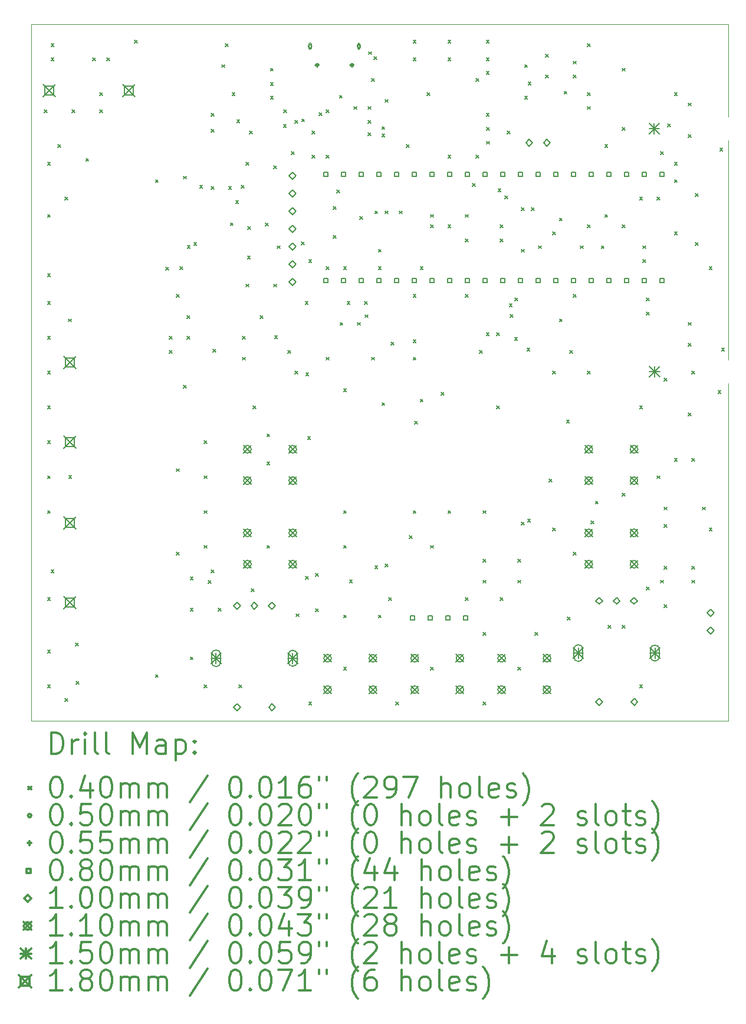
<source format=gbr>
%FSLAX45Y45*%
G04 Gerber Fmt 4.5, Leading zero omitted, Abs format (unit mm)*
G04 Created by KiCad (PCBNEW 5.1.6) date 2020-08-25 15:19:05*
%MOMM*%
%LPD*%
G01*
G04 APERTURE LIST*
%TA.AperFunction,Profile*%
%ADD10C,0.050000*%
%TD*%
%ADD11C,0.200000*%
%ADD12C,0.300000*%
G04 APERTURE END LIST*
D10*
X14505000Y-12355000D02*
X14500000Y-17200000D01*
X14500000Y-8870000D02*
X14505000Y-12015000D01*
X14500000Y-7200000D02*
X14500000Y-8530000D01*
X4500000Y-7200000D02*
X14500000Y-7200000D01*
X14500000Y-17200000D02*
X4500000Y-17200000D01*
X4500000Y-17200000D02*
X4500000Y-7200000D01*
D11*
X4685000Y-8430000D02*
X4725000Y-8470000D01*
X4725000Y-8430000D02*
X4685000Y-8470000D01*
X4730000Y-9180000D02*
X4770000Y-9220000D01*
X4770000Y-9180000D02*
X4730000Y-9220000D01*
X4730000Y-9930000D02*
X4770000Y-9970000D01*
X4770000Y-9930000D02*
X4730000Y-9970000D01*
X4730000Y-10780000D02*
X4770000Y-10820000D01*
X4770000Y-10780000D02*
X4730000Y-10820000D01*
X4730000Y-11180000D02*
X4770000Y-11220000D01*
X4770000Y-11180000D02*
X4730000Y-11220000D01*
X4730000Y-11680000D02*
X4770000Y-11720000D01*
X4770000Y-11680000D02*
X4730000Y-11720000D01*
X4730000Y-12180000D02*
X4770000Y-12220000D01*
X4770000Y-12180000D02*
X4730000Y-12220000D01*
X4730000Y-12680000D02*
X4770000Y-12720000D01*
X4770000Y-12680000D02*
X4730000Y-12720000D01*
X4730000Y-13180000D02*
X4770000Y-13220000D01*
X4770000Y-13180000D02*
X4730000Y-13220000D01*
X4730000Y-13680000D02*
X4770000Y-13720000D01*
X4770000Y-13680000D02*
X4730000Y-13720000D01*
X4730000Y-14180000D02*
X4770000Y-14220000D01*
X4770000Y-14180000D02*
X4730000Y-14220000D01*
X4730000Y-15430000D02*
X4770000Y-15470000D01*
X4770000Y-15430000D02*
X4730000Y-15470000D01*
X4730000Y-16180000D02*
X4770000Y-16220000D01*
X4770000Y-16180000D02*
X4730000Y-16220000D01*
X4730000Y-16680000D02*
X4770000Y-16720000D01*
X4770000Y-16680000D02*
X4730000Y-16720000D01*
X4780000Y-7480000D02*
X4820000Y-7520000D01*
X4820000Y-7480000D02*
X4780000Y-7520000D01*
X4780000Y-7680000D02*
X4820000Y-7720000D01*
X4820000Y-7680000D02*
X4780000Y-7720000D01*
X4780000Y-15030000D02*
X4820000Y-15070000D01*
X4820000Y-15030000D02*
X4780000Y-15070000D01*
X4880000Y-8930000D02*
X4920000Y-8970000D01*
X4920000Y-8930000D02*
X4880000Y-8970000D01*
X4980000Y-9680000D02*
X5020000Y-9720000D01*
X5020000Y-9680000D02*
X4980000Y-9720000D01*
X4980000Y-16880000D02*
X5020000Y-16920000D01*
X5020000Y-16880000D02*
X4980000Y-16920000D01*
X5030000Y-11430000D02*
X5070000Y-11470000D01*
X5070000Y-11430000D02*
X5030000Y-11470000D01*
X5035000Y-13678600D02*
X5075000Y-13718600D01*
X5075000Y-13678600D02*
X5035000Y-13718600D01*
X5080000Y-8430000D02*
X5120000Y-8470000D01*
X5120000Y-8430000D02*
X5080000Y-8470000D01*
X5130000Y-16080000D02*
X5170000Y-16120000D01*
X5170000Y-16080000D02*
X5130000Y-16120000D01*
X5140000Y-16630000D02*
X5180000Y-16670000D01*
X5180000Y-16630000D02*
X5140000Y-16670000D01*
X5280000Y-9125000D02*
X5320000Y-9165000D01*
X5320000Y-9125000D02*
X5280000Y-9165000D01*
X5380000Y-7680000D02*
X5420000Y-7720000D01*
X5420000Y-7680000D02*
X5380000Y-7720000D01*
X5480000Y-8180000D02*
X5520000Y-8220000D01*
X5520000Y-8180000D02*
X5480000Y-8220000D01*
X5480000Y-8430000D02*
X5520000Y-8470000D01*
X5520000Y-8430000D02*
X5480000Y-8470000D01*
X5580000Y-7680000D02*
X5620000Y-7720000D01*
X5620000Y-7680000D02*
X5580000Y-7720000D01*
X5980000Y-7430000D02*
X6020000Y-7470000D01*
X6020000Y-7430000D02*
X5980000Y-7470000D01*
X6280000Y-9430000D02*
X6320000Y-9470000D01*
X6320000Y-9430000D02*
X6280000Y-9470000D01*
X6280000Y-16535000D02*
X6320000Y-16575000D01*
X6320000Y-16535000D02*
X6280000Y-16575000D01*
X6430000Y-10685000D02*
X6470000Y-10725000D01*
X6470000Y-10685000D02*
X6430000Y-10725000D01*
X6480000Y-11680000D02*
X6520000Y-11720000D01*
X6520000Y-11680000D02*
X6480000Y-11720000D01*
X6480000Y-11880000D02*
X6520000Y-11920000D01*
X6520000Y-11880000D02*
X6480000Y-11920000D01*
X6580000Y-11080000D02*
X6620000Y-11120000D01*
X6620000Y-11080000D02*
X6580000Y-11120000D01*
X6580000Y-13580000D02*
X6620000Y-13620000D01*
X6620000Y-13580000D02*
X6580000Y-13620000D01*
X6580000Y-14780000D02*
X6620000Y-14820000D01*
X6620000Y-14780000D02*
X6580000Y-14820000D01*
X6630000Y-10680000D02*
X6670000Y-10720000D01*
X6670000Y-10680000D02*
X6630000Y-10720000D01*
X6680000Y-9380000D02*
X6720000Y-9420000D01*
X6720000Y-9380000D02*
X6680000Y-9420000D01*
X6680000Y-12380000D02*
X6720000Y-12420000D01*
X6720000Y-12380000D02*
X6680000Y-12420000D01*
X6730000Y-11380000D02*
X6770000Y-11420000D01*
X6770000Y-11380000D02*
X6730000Y-11420000D01*
X6730000Y-11680000D02*
X6770000Y-11720000D01*
X6770000Y-11680000D02*
X6730000Y-11720000D01*
X6736800Y-10376600D02*
X6776800Y-10416600D01*
X6776800Y-10376600D02*
X6736800Y-10416600D01*
X6780000Y-15130000D02*
X6820000Y-15170000D01*
X6820000Y-15130000D02*
X6780000Y-15170000D01*
X6780000Y-15580000D02*
X6820000Y-15620000D01*
X6820000Y-15580000D02*
X6780000Y-15620000D01*
X6780000Y-16280000D02*
X6820000Y-16320000D01*
X6820000Y-16280000D02*
X6780000Y-16320000D01*
X6830000Y-10330000D02*
X6870000Y-10370000D01*
X6870000Y-10330000D02*
X6830000Y-10370000D01*
X6914600Y-9513000D02*
X6954600Y-9553000D01*
X6954600Y-9513000D02*
X6914600Y-9553000D01*
X6980000Y-13180000D02*
X7020000Y-13220000D01*
X7020000Y-13180000D02*
X6980000Y-13220000D01*
X6980000Y-13680000D02*
X7020000Y-13720000D01*
X7020000Y-13680000D02*
X6980000Y-13720000D01*
X6980000Y-14180000D02*
X7020000Y-14220000D01*
X7020000Y-14180000D02*
X6980000Y-14220000D01*
X6980000Y-14680000D02*
X7020000Y-14720000D01*
X7020000Y-14680000D02*
X6980000Y-14720000D01*
X6980000Y-16680000D02*
X7020000Y-16720000D01*
X7020000Y-16680000D02*
X6980000Y-16720000D01*
X7036855Y-15186855D02*
X7076855Y-15226855D01*
X7076855Y-15186855D02*
X7036855Y-15226855D01*
X7080000Y-8480000D02*
X7120000Y-8520000D01*
X7120000Y-8480000D02*
X7080000Y-8520000D01*
X7080000Y-8705000D02*
X7120000Y-8745000D01*
X7120000Y-8705000D02*
X7080000Y-8745000D01*
X7080000Y-9530000D02*
X7120000Y-9570000D01*
X7120000Y-9530000D02*
X7080000Y-9570000D01*
X7080000Y-15030000D02*
X7120000Y-15070000D01*
X7120000Y-15030000D02*
X7080000Y-15070000D01*
X7103368Y-11864578D02*
X7143368Y-11904578D01*
X7143368Y-11864578D02*
X7103368Y-11904578D01*
X7180000Y-15580000D02*
X7220000Y-15620000D01*
X7220000Y-15580000D02*
X7180000Y-15620000D01*
X7230000Y-7780000D02*
X7270000Y-7820000D01*
X7270000Y-7780000D02*
X7230000Y-7820000D01*
X7280000Y-7480000D02*
X7320000Y-7520000D01*
X7320000Y-7480000D02*
X7280000Y-7520000D01*
X7330000Y-9530000D02*
X7370000Y-9570000D01*
X7370000Y-9530000D02*
X7330000Y-9570000D01*
X7355001Y-10048466D02*
X7395001Y-10088466D01*
X7395001Y-10048466D02*
X7355001Y-10088466D01*
X7380000Y-8180000D02*
X7420000Y-8220000D01*
X7420000Y-8180000D02*
X7380000Y-8220000D01*
X7430000Y-9730000D02*
X7470000Y-9770000D01*
X7470000Y-9730000D02*
X7430000Y-9770000D01*
X7448000Y-8573200D02*
X7488000Y-8613200D01*
X7488000Y-8573200D02*
X7448000Y-8613200D01*
X7480000Y-16680000D02*
X7520000Y-16720000D01*
X7520000Y-16680000D02*
X7480000Y-16720000D01*
X7510000Y-9510000D02*
X7550000Y-9550000D01*
X7550000Y-9510000D02*
X7510000Y-9550000D01*
X7530000Y-11680000D02*
X7570000Y-11720000D01*
X7570000Y-11680000D02*
X7530000Y-11720000D01*
X7530000Y-11980000D02*
X7570000Y-12020000D01*
X7570000Y-11980000D02*
X7530000Y-12020000D01*
X7580000Y-9180000D02*
X7620000Y-9220000D01*
X7620000Y-9180000D02*
X7580000Y-9220000D01*
X7580000Y-10930000D02*
X7620000Y-10970000D01*
X7620000Y-10930000D02*
X7580000Y-10970000D01*
X7600400Y-10529000D02*
X7640400Y-10569000D01*
X7640400Y-10529000D02*
X7600400Y-10569000D01*
X7607000Y-10103000D02*
X7647000Y-10143000D01*
X7647000Y-10103000D02*
X7607000Y-10143000D01*
X7630000Y-8730000D02*
X7670000Y-8770000D01*
X7670000Y-8730000D02*
X7630000Y-8770000D01*
X7656881Y-15299999D02*
X7696881Y-15339999D01*
X7696881Y-15299999D02*
X7656881Y-15339999D01*
X7680000Y-12680000D02*
X7720000Y-12720000D01*
X7720000Y-12680000D02*
X7680000Y-12720000D01*
X7780000Y-11380000D02*
X7820000Y-11420000D01*
X7820000Y-11380000D02*
X7780000Y-11420000D01*
X7861000Y-10050000D02*
X7901000Y-10090000D01*
X7901000Y-10050000D02*
X7861000Y-10090000D01*
X7880000Y-13080000D02*
X7920000Y-13120000D01*
X7920000Y-13080000D02*
X7880000Y-13120000D01*
X7880000Y-13480000D02*
X7920000Y-13520000D01*
X7920000Y-13480000D02*
X7880000Y-13520000D01*
X7880000Y-14680000D02*
X7920000Y-14720000D01*
X7920000Y-14680000D02*
X7880000Y-14720000D01*
X7930000Y-7830000D02*
X7970000Y-7870000D01*
X7970000Y-7830000D02*
X7930000Y-7870000D01*
X7930000Y-8230000D02*
X7970000Y-8270000D01*
X7970000Y-8230000D02*
X7930000Y-8270000D01*
X7930600Y-8039800D02*
X7970600Y-8079800D01*
X7970600Y-8039800D02*
X7930600Y-8079800D01*
X7980000Y-9230000D02*
X8020000Y-9270000D01*
X8020000Y-9230000D02*
X7980000Y-9270000D01*
X7980000Y-10930000D02*
X8020000Y-10970000D01*
X8020000Y-10930000D02*
X7980000Y-10970000D01*
X7990000Y-11670000D02*
X8030000Y-11710000D01*
X8030000Y-11670000D02*
X7990000Y-11710000D01*
X8030000Y-10380000D02*
X8070000Y-10420000D01*
X8070000Y-10380000D02*
X8030000Y-10420000D01*
X8116781Y-8637324D02*
X8156781Y-8677324D01*
X8156781Y-8637324D02*
X8116781Y-8677324D01*
X8120000Y-8430000D02*
X8160000Y-8470000D01*
X8160000Y-8430000D02*
X8120000Y-8470000D01*
X8183001Y-11880000D02*
X8223001Y-11920000D01*
X8223001Y-11880000D02*
X8183001Y-11920000D01*
X8230000Y-9030000D02*
X8270000Y-9070000D01*
X8270000Y-9030000D02*
X8230000Y-9070000D01*
X8280000Y-12180000D02*
X8320000Y-12220000D01*
X8320000Y-12180000D02*
X8280000Y-12220000D01*
X8281236Y-8578704D02*
X8321236Y-8618704D01*
X8321236Y-8578704D02*
X8281236Y-8618704D01*
X8298644Y-15661356D02*
X8338644Y-15701356D01*
X8338644Y-15661356D02*
X8298644Y-15701356D01*
X8376966Y-10326966D02*
X8416966Y-10366966D01*
X8416966Y-10326966D02*
X8376966Y-10366966D01*
X8379443Y-8559846D02*
X8419443Y-8599846D01*
X8419443Y-8559846D02*
X8379443Y-8599846D01*
X8430000Y-11180000D02*
X8470000Y-11220000D01*
X8470000Y-11180000D02*
X8430000Y-11220000D01*
X8431814Y-15126916D02*
X8471814Y-15166916D01*
X8471814Y-15126916D02*
X8431814Y-15166916D01*
X8438600Y-12205400D02*
X8478600Y-12245400D01*
X8478600Y-12205400D02*
X8438600Y-12245400D01*
X8464000Y-13119800D02*
X8504000Y-13159800D01*
X8504000Y-13119800D02*
X8464000Y-13159800D01*
X8480000Y-10580000D02*
X8520000Y-10620000D01*
X8520000Y-10580000D02*
X8480000Y-10620000D01*
X8480000Y-16930000D02*
X8520000Y-16970000D01*
X8520000Y-16930000D02*
X8480000Y-16970000D01*
X8530000Y-8730000D02*
X8570000Y-8770000D01*
X8570000Y-8730000D02*
X8530000Y-8770000D01*
X8530000Y-9080000D02*
X8570000Y-9120000D01*
X8570000Y-9080000D02*
X8530000Y-9120000D01*
X8578704Y-15590002D02*
X8618704Y-15630002D01*
X8618704Y-15590002D02*
X8578704Y-15630002D01*
X8580000Y-15080000D02*
X8620000Y-15120000D01*
X8620000Y-15080000D02*
X8580000Y-15120000D01*
X8630796Y-8472500D02*
X8670796Y-8512500D01*
X8670796Y-8472500D02*
X8630796Y-8512500D01*
X8730000Y-8430000D02*
X8770000Y-8470000D01*
X8770000Y-8430000D02*
X8730000Y-8470000D01*
X8730000Y-9080000D02*
X8770000Y-9120000D01*
X8770000Y-9080000D02*
X8730000Y-9120000D01*
X8730000Y-10680000D02*
X8770000Y-10720000D01*
X8770000Y-10680000D02*
X8730000Y-10720000D01*
X8730000Y-11980000D02*
X8770000Y-12020000D01*
X8770000Y-11980000D02*
X8730000Y-12020000D01*
X8830000Y-9814997D02*
X8870000Y-9854997D01*
X8870000Y-9814997D02*
X8830000Y-9854997D01*
X8830000Y-10230000D02*
X8870000Y-10270000D01*
X8870000Y-10230000D02*
X8830000Y-10270000D01*
X8880000Y-9580000D02*
X8920000Y-9620000D01*
X8920000Y-9580000D02*
X8880000Y-9620000D01*
X8920408Y-8220408D02*
X8960408Y-8260408D01*
X8960408Y-8220408D02*
X8920408Y-8260408D01*
X8930000Y-11480000D02*
X8970000Y-11520000D01*
X8970000Y-11480000D02*
X8930000Y-11520000D01*
X8980000Y-10680000D02*
X9020000Y-10720000D01*
X9020000Y-10680000D02*
X8980000Y-10720000D01*
X8980000Y-12430000D02*
X9020000Y-12470000D01*
X9020000Y-12430000D02*
X8980000Y-12470000D01*
X8980000Y-14180000D02*
X9020000Y-14220000D01*
X9020000Y-14180000D02*
X8980000Y-14220000D01*
X8980000Y-14680000D02*
X9020000Y-14720000D01*
X9020000Y-14680000D02*
X8980000Y-14720000D01*
X8980000Y-15680000D02*
X9020000Y-15720000D01*
X9020000Y-15680000D02*
X8980000Y-15720000D01*
X8980000Y-16430000D02*
X9020000Y-16470000D01*
X9020000Y-16430000D02*
X8980000Y-16470000D01*
X9030000Y-11180000D02*
X9070000Y-11220000D01*
X9070000Y-11180000D02*
X9030000Y-11220000D01*
X9064404Y-15175509D02*
X9104404Y-15215509D01*
X9104404Y-15175509D02*
X9064404Y-15215509D01*
X9130000Y-8380000D02*
X9170000Y-8420000D01*
X9170000Y-8380000D02*
X9130000Y-8420000D01*
X9180000Y-11480000D02*
X9220000Y-11520000D01*
X9220000Y-11480000D02*
X9180000Y-11520000D01*
X9212306Y-9959807D02*
X9252306Y-9999807D01*
X9252306Y-9959807D02*
X9212306Y-9999807D01*
X9280000Y-11180000D02*
X9320000Y-11220000D01*
X9320000Y-11180000D02*
X9280000Y-11220000D01*
X9286748Y-11369680D02*
X9326748Y-11409680D01*
X9326748Y-11369680D02*
X9286748Y-11409680D01*
X9330000Y-8380000D02*
X9370000Y-8420000D01*
X9370000Y-8380000D02*
X9330000Y-8420000D01*
X9330000Y-8580000D02*
X9370000Y-8620000D01*
X9370000Y-8580000D02*
X9330000Y-8620000D01*
X9330000Y-8755000D02*
X9370000Y-8795000D01*
X9370000Y-8755000D02*
X9330000Y-8795000D01*
X9342877Y-7592877D02*
X9382877Y-7632877D01*
X9382877Y-7592877D02*
X9342877Y-7632877D01*
X9380000Y-7980000D02*
X9420000Y-8020000D01*
X9420000Y-7980000D02*
X9380000Y-8020000D01*
X9380000Y-11980000D02*
X9420000Y-12020000D01*
X9420000Y-11980000D02*
X9380000Y-12020000D01*
X9417123Y-7667123D02*
X9457123Y-7707123D01*
X9457123Y-7667123D02*
X9417123Y-7707123D01*
X9429200Y-14974000D02*
X9469200Y-15014000D01*
X9469200Y-14974000D02*
X9429200Y-15014000D01*
X9430000Y-9880000D02*
X9470000Y-9920000D01*
X9470000Y-9880000D02*
X9430000Y-9920000D01*
X9480000Y-10430000D02*
X9520000Y-10470000D01*
X9520000Y-10430000D02*
X9480000Y-10470000D01*
X9480000Y-10680000D02*
X9520000Y-10720000D01*
X9520000Y-10680000D02*
X9480000Y-10720000D01*
X9480000Y-15680000D02*
X9520000Y-15720000D01*
X9520000Y-15680000D02*
X9480000Y-15720000D01*
X9530000Y-8668000D02*
X9570000Y-8708000D01*
X9570000Y-8668000D02*
X9530000Y-8708000D01*
X9530000Y-8773000D02*
X9570000Y-8813000D01*
X9570000Y-8773000D02*
X9530000Y-8813000D01*
X9530000Y-12630000D02*
X9570000Y-12670000D01*
X9570000Y-12630000D02*
X9530000Y-12670000D01*
X9577501Y-14948600D02*
X9617501Y-14988600D01*
X9617501Y-14948600D02*
X9577501Y-14988600D01*
X9580000Y-8280000D02*
X9620000Y-8320000D01*
X9620000Y-8280000D02*
X9580000Y-8320000D01*
X9580000Y-9880000D02*
X9620000Y-9920000D01*
X9620000Y-9880000D02*
X9580000Y-9920000D01*
X9630000Y-15430000D02*
X9670000Y-15470000D01*
X9670000Y-15430000D02*
X9630000Y-15470000D01*
X9661056Y-11761056D02*
X9701056Y-11801056D01*
X9701056Y-11761056D02*
X9661056Y-11801056D01*
X9730000Y-16930000D02*
X9770000Y-16970000D01*
X9770000Y-16930000D02*
X9730000Y-16970000D01*
X9780000Y-9880000D02*
X9820000Y-9920000D01*
X9820000Y-9880000D02*
X9780000Y-9920000D01*
X9880000Y-8930000D02*
X9920000Y-8970000D01*
X9920000Y-8930000D02*
X9880000Y-8970000D01*
X9924436Y-14542728D02*
X9964436Y-14582728D01*
X9964436Y-14542728D02*
X9924436Y-14582728D01*
X9980000Y-7430000D02*
X10020000Y-7470000D01*
X10020000Y-7430000D02*
X9980000Y-7470000D01*
X9980000Y-7680000D02*
X10020000Y-7720000D01*
X10020000Y-7680000D02*
X9980000Y-7720000D01*
X9980000Y-11080000D02*
X10020000Y-11120000D01*
X10020000Y-11080000D02*
X9980000Y-11120000D01*
X9980000Y-11730000D02*
X10020000Y-11770000D01*
X10020000Y-11730000D02*
X9980000Y-11770000D01*
X9980000Y-11980000D02*
X10020000Y-12020000D01*
X10020000Y-11980000D02*
X9980000Y-12020000D01*
X9980000Y-14180000D02*
X10020000Y-14220000D01*
X10020000Y-14180000D02*
X9980000Y-14220000D01*
X9998944Y-12898944D02*
X10038944Y-12938944D01*
X10038944Y-12898944D02*
X9998944Y-12938944D01*
X10080000Y-10680000D02*
X10120000Y-10720000D01*
X10120000Y-10680000D02*
X10080000Y-10720000D01*
X10080000Y-12580000D02*
X10120000Y-12620000D01*
X10120000Y-12580000D02*
X10080000Y-12620000D01*
X10180000Y-8180000D02*
X10220000Y-8220000D01*
X10220000Y-8180000D02*
X10180000Y-8220000D01*
X10230000Y-9930000D02*
X10270000Y-9970000D01*
X10270000Y-9930000D02*
X10230000Y-9970000D01*
X10230000Y-10080000D02*
X10270000Y-10120000D01*
X10270000Y-10080000D02*
X10230000Y-10120000D01*
X10230000Y-14680000D02*
X10270000Y-14720000D01*
X10270000Y-14680000D02*
X10230000Y-14720000D01*
X10230000Y-16430000D02*
X10270000Y-16470000D01*
X10270000Y-16430000D02*
X10230000Y-16470000D01*
X10380000Y-12480000D02*
X10420000Y-12520000D01*
X10420000Y-12480000D02*
X10380000Y-12520000D01*
X10480000Y-7430000D02*
X10520000Y-7470000D01*
X10520000Y-7430000D02*
X10480000Y-7470000D01*
X10480000Y-7680000D02*
X10520000Y-7720000D01*
X10520000Y-7680000D02*
X10480000Y-7720000D01*
X10480000Y-9080000D02*
X10520000Y-9120000D01*
X10520000Y-9080000D02*
X10480000Y-9120000D01*
X10480000Y-10080000D02*
X10520000Y-10120000D01*
X10520000Y-10080000D02*
X10480000Y-10120000D01*
X10480000Y-14180000D02*
X10520000Y-14220000D01*
X10520000Y-14180000D02*
X10480000Y-14220000D01*
X10730000Y-9930000D02*
X10770000Y-9970000D01*
X10770000Y-9930000D02*
X10730000Y-9970000D01*
X10730000Y-10280000D02*
X10770000Y-10320000D01*
X10770000Y-10280000D02*
X10730000Y-10320000D01*
X10730000Y-11080000D02*
X10770000Y-11120000D01*
X10770000Y-11080000D02*
X10730000Y-11120000D01*
X10730000Y-15430000D02*
X10770000Y-15470000D01*
X10770000Y-15430000D02*
X10730000Y-15470000D01*
X10830000Y-9487498D02*
X10870000Y-9527498D01*
X10870000Y-9487498D02*
X10830000Y-9527498D01*
X10880000Y-7980000D02*
X10920000Y-8020000D01*
X10920000Y-7980000D02*
X10880000Y-8020000D01*
X10880000Y-9080000D02*
X10920000Y-9120000D01*
X10920000Y-9080000D02*
X10880000Y-9120000D01*
X10930000Y-11880000D02*
X10970000Y-11920000D01*
X10970000Y-11880000D02*
X10930000Y-11920000D01*
X10980000Y-14180000D02*
X11020000Y-14220000D01*
X11020000Y-14180000D02*
X10980000Y-14220000D01*
X10980000Y-14880000D02*
X11020000Y-14920000D01*
X11020000Y-14880000D02*
X10980000Y-14920000D01*
X10980000Y-15180000D02*
X11020000Y-15220000D01*
X11020000Y-15180000D02*
X10980000Y-15220000D01*
X10980000Y-15930000D02*
X11020000Y-15970000D01*
X11020000Y-15930000D02*
X10980000Y-15970000D01*
X10980000Y-16930000D02*
X11020000Y-16970000D01*
X11020000Y-16930000D02*
X10980000Y-16970000D01*
X11030000Y-7430000D02*
X11070000Y-7470000D01*
X11070000Y-7430000D02*
X11030000Y-7470000D01*
X11030000Y-7680000D02*
X11070000Y-7720000D01*
X11070000Y-7680000D02*
X11030000Y-7720000D01*
X11030000Y-7880000D02*
X11070000Y-7920000D01*
X11070000Y-7880000D02*
X11030000Y-7920000D01*
X11030000Y-8480000D02*
X11070000Y-8520000D01*
X11070000Y-8480000D02*
X11030000Y-8520000D01*
X11030000Y-11630000D02*
X11070000Y-11670000D01*
X11070000Y-11630000D02*
X11030000Y-11670000D01*
X11035000Y-8680000D02*
X11075000Y-8720000D01*
X11075000Y-8680000D02*
X11035000Y-8720000D01*
X11035000Y-8880000D02*
X11075000Y-8920000D01*
X11075000Y-8880000D02*
X11035000Y-8920000D01*
X11180000Y-11630000D02*
X11220000Y-11670000D01*
X11220000Y-11630000D02*
X11180000Y-11670000D01*
X11180000Y-12680000D02*
X11220000Y-12720000D01*
X11220000Y-12680000D02*
X11180000Y-12720000D01*
X11198442Y-9561558D02*
X11238442Y-9601558D01*
X11238442Y-9561558D02*
X11198442Y-9601558D01*
X11230000Y-10080000D02*
X11270000Y-10120000D01*
X11270000Y-10080000D02*
X11230000Y-10120000D01*
X11230000Y-10280000D02*
X11270000Y-10320000D01*
X11270000Y-10280000D02*
X11230000Y-10320000D01*
X11230000Y-15430000D02*
X11270000Y-15470000D01*
X11270000Y-15430000D02*
X11230000Y-15470000D01*
X11298442Y-9661558D02*
X11338442Y-9701558D01*
X11338442Y-9661558D02*
X11298442Y-9701558D01*
X11330000Y-8730000D02*
X11370000Y-8770000D01*
X11370000Y-8730000D02*
X11330000Y-8770000D01*
X11359600Y-11214800D02*
X11399600Y-11254800D01*
X11399600Y-11214800D02*
X11359600Y-11254800D01*
X11372695Y-11365782D02*
X11412695Y-11405782D01*
X11412695Y-11365782D02*
X11372695Y-11405782D01*
X11435800Y-11697400D02*
X11475800Y-11737400D01*
X11475800Y-11697400D02*
X11435800Y-11737400D01*
X11442205Y-11129589D02*
X11482205Y-11169589D01*
X11482205Y-11129589D02*
X11442205Y-11169589D01*
X11480000Y-14880000D02*
X11520000Y-14920000D01*
X11520000Y-14880000D02*
X11480000Y-14920000D01*
X11480000Y-15180000D02*
X11520000Y-15220000D01*
X11520000Y-15180000D02*
X11480000Y-15220000D01*
X11480000Y-16430000D02*
X11520000Y-16470000D01*
X11520000Y-16430000D02*
X11480000Y-16470000D01*
X11530000Y-9830000D02*
X11570000Y-9870000D01*
X11570000Y-9830000D02*
X11530000Y-9870000D01*
X11530000Y-10430000D02*
X11570000Y-10470000D01*
X11570000Y-10430000D02*
X11530000Y-10470000D01*
X11530144Y-14346256D02*
X11570144Y-14386256D01*
X11570144Y-14346256D02*
X11530144Y-14386256D01*
X11580000Y-7780000D02*
X11620000Y-7820000D01*
X11620000Y-7780000D02*
X11580000Y-7820000D01*
X11580000Y-8230000D02*
X11620000Y-8270000D01*
X11620000Y-8230000D02*
X11580000Y-8270000D01*
X11613600Y-11849800D02*
X11653600Y-11889800D01*
X11653600Y-11849800D02*
X11613600Y-11889800D01*
X11622720Y-14304480D02*
X11662720Y-14344480D01*
X11662720Y-14304480D02*
X11622720Y-14344480D01*
X11629999Y-8029999D02*
X11669999Y-8069999D01*
X11669999Y-8029999D02*
X11629999Y-8069999D01*
X11680000Y-9830000D02*
X11720000Y-9870000D01*
X11720000Y-9830000D02*
X11680000Y-9870000D01*
X11730000Y-15930000D02*
X11770000Y-15970000D01*
X11770000Y-15930000D02*
X11730000Y-15970000D01*
X11780000Y-10380000D02*
X11820000Y-10420000D01*
X11820000Y-10380000D02*
X11780000Y-10420000D01*
X11880000Y-7630000D02*
X11920000Y-7670000D01*
X11920000Y-7630000D02*
X11880000Y-7670000D01*
X11880000Y-7930000D02*
X11920000Y-7970000D01*
X11920000Y-7930000D02*
X11880000Y-7970000D01*
X11930000Y-13730000D02*
X11970000Y-13770000D01*
X11970000Y-13730000D02*
X11930000Y-13770000D01*
X11980000Y-10180000D02*
X12020000Y-10220000D01*
X12020000Y-10180000D02*
X11980000Y-10220000D01*
X11980000Y-12180000D02*
X12020000Y-12220000D01*
X12020000Y-12180000D02*
X11980000Y-12220000D01*
X11980000Y-14430000D02*
X12020000Y-14470000D01*
X12020000Y-14430000D02*
X11980000Y-14470000D01*
X12080000Y-9980000D02*
X12120000Y-10020000D01*
X12120000Y-9980000D02*
X12080000Y-10020000D01*
X12080000Y-11430000D02*
X12120000Y-11470000D01*
X12120000Y-11430000D02*
X12080000Y-11470000D01*
X12146730Y-8160041D02*
X12186730Y-8200041D01*
X12186730Y-8160041D02*
X12146730Y-8200041D01*
X12180000Y-12880000D02*
X12220000Y-12920000D01*
X12220000Y-12880000D02*
X12180000Y-12920000D01*
X12195571Y-15708705D02*
X12235571Y-15748705D01*
X12235571Y-15708705D02*
X12195571Y-15748705D01*
X12230000Y-11880000D02*
X12270000Y-11920000D01*
X12270000Y-11880000D02*
X12230000Y-11920000D01*
X12280000Y-7730000D02*
X12320000Y-7770000D01*
X12320000Y-7730000D02*
X12280000Y-7770000D01*
X12280000Y-7930000D02*
X12320000Y-7970000D01*
X12320000Y-7930000D02*
X12280000Y-7970000D01*
X12280000Y-11080000D02*
X12320000Y-11120000D01*
X12320000Y-11080000D02*
X12280000Y-11120000D01*
X12280000Y-14780000D02*
X12320000Y-14820000D01*
X12320000Y-14780000D02*
X12280000Y-14820000D01*
X12380000Y-10380000D02*
X12420000Y-10420000D01*
X12420000Y-10380000D02*
X12380000Y-10420000D01*
X12480000Y-7480000D02*
X12520000Y-7520000D01*
X12520000Y-7480000D02*
X12480000Y-7520000D01*
X12480000Y-8180000D02*
X12520000Y-8220000D01*
X12520000Y-8180000D02*
X12480000Y-8220000D01*
X12480000Y-8380000D02*
X12520000Y-8420000D01*
X12520000Y-8380000D02*
X12480000Y-8420000D01*
X12480000Y-10080000D02*
X12520000Y-10120000D01*
X12520000Y-10080000D02*
X12480000Y-10120000D01*
X12480000Y-12180000D02*
X12520000Y-12220000D01*
X12520000Y-12180000D02*
X12480000Y-12220000D01*
X12530596Y-14328210D02*
X12570596Y-14368210D01*
X12570596Y-14328210D02*
X12530596Y-14368210D01*
X12594999Y-14044092D02*
X12634999Y-14084092D01*
X12634999Y-14044092D02*
X12594999Y-14084092D01*
X12680000Y-10380000D02*
X12720000Y-10420000D01*
X12720000Y-10380000D02*
X12680000Y-10420000D01*
X12730000Y-8930000D02*
X12770000Y-8970000D01*
X12770000Y-8930000D02*
X12730000Y-8970000D01*
X12730000Y-9930000D02*
X12770000Y-9970000D01*
X12770000Y-9930000D02*
X12730000Y-9970000D01*
X12780000Y-15830000D02*
X12820000Y-15870000D01*
X12820000Y-15830000D02*
X12780000Y-15870000D01*
X12980000Y-7830000D02*
X13020000Y-7870000D01*
X13020000Y-7830000D02*
X12980000Y-7870000D01*
X12980000Y-8680000D02*
X13020000Y-8720000D01*
X13020000Y-8680000D02*
X12980000Y-8720000D01*
X12980000Y-10080000D02*
X13020000Y-10120000D01*
X13020000Y-10080000D02*
X12980000Y-10120000D01*
X12980000Y-13930000D02*
X13020000Y-13970000D01*
X13020000Y-13930000D02*
X12980000Y-13970000D01*
X12980000Y-15830000D02*
X13020000Y-15870000D01*
X13020000Y-15830000D02*
X12980000Y-15870000D01*
X13230000Y-9680000D02*
X13270000Y-9720000D01*
X13270000Y-9680000D02*
X13230000Y-9720000D01*
X13230000Y-12680000D02*
X13270000Y-12720000D01*
X13270000Y-12680000D02*
X13230000Y-12720000D01*
X13230000Y-16680000D02*
X13270000Y-16720000D01*
X13270000Y-16680000D02*
X13230000Y-16720000D01*
X13280000Y-10380000D02*
X13320000Y-10420000D01*
X13320000Y-10380000D02*
X13280000Y-10420000D01*
X13280000Y-10580000D02*
X13320000Y-10620000D01*
X13320000Y-10580000D02*
X13280000Y-10620000D01*
X13330000Y-11130000D02*
X13370000Y-11170000D01*
X13370000Y-11130000D02*
X13330000Y-11170000D01*
X13330000Y-11330000D02*
X13370000Y-11370000D01*
X13370000Y-11330000D02*
X13330000Y-11370000D01*
X13330000Y-15280000D02*
X13370000Y-15320000D01*
X13370000Y-15280000D02*
X13330000Y-15320000D01*
X13480000Y-9680000D02*
X13520000Y-9720000D01*
X13520000Y-9680000D02*
X13480000Y-9720000D01*
X13480000Y-13680000D02*
X13520000Y-13720000D01*
X13520000Y-13680000D02*
X13480000Y-13720000D01*
X13530000Y-9030000D02*
X13570000Y-9070000D01*
X13570000Y-9030000D02*
X13530000Y-9070000D01*
X13530000Y-15180000D02*
X13570000Y-15220000D01*
X13570000Y-15180000D02*
X13530000Y-15220000D01*
X13580000Y-12280000D02*
X13620000Y-12320000D01*
X13620000Y-12280000D02*
X13580000Y-12320000D01*
X13580000Y-14130000D02*
X13620000Y-14170000D01*
X13620000Y-14130000D02*
X13580000Y-14170000D01*
X13580000Y-14380000D02*
X13620000Y-14420000D01*
X13620000Y-14380000D02*
X13580000Y-14420000D01*
X13580000Y-14980000D02*
X13620000Y-15020000D01*
X13620000Y-14980000D02*
X13580000Y-15020000D01*
X13580000Y-15530000D02*
X13620000Y-15570000D01*
X13620000Y-15530000D02*
X13580000Y-15570000D01*
X13630000Y-8630000D02*
X13670000Y-8670000D01*
X13670000Y-8630000D02*
X13630000Y-8670000D01*
X13730000Y-8180000D02*
X13770000Y-8220000D01*
X13770000Y-8180000D02*
X13730000Y-8220000D01*
X13730000Y-9180000D02*
X13770000Y-9220000D01*
X13770000Y-9180000D02*
X13730000Y-9220000D01*
X13730000Y-9430000D02*
X13770000Y-9470000D01*
X13770000Y-9430000D02*
X13730000Y-9470000D01*
X13730000Y-10180000D02*
X13770000Y-10220000D01*
X13770000Y-10180000D02*
X13730000Y-10220000D01*
X13730000Y-13430000D02*
X13770000Y-13470000D01*
X13770000Y-13430000D02*
X13730000Y-13470000D01*
X13930000Y-8330000D02*
X13970000Y-8370000D01*
X13970000Y-8330000D02*
X13930000Y-8370000D01*
X13930000Y-8780000D02*
X13970000Y-8820000D01*
X13970000Y-8780000D02*
X13930000Y-8820000D01*
X13930000Y-11480000D02*
X13970000Y-11520000D01*
X13970000Y-11480000D02*
X13930000Y-11520000D01*
X13930000Y-11780000D02*
X13970000Y-11820000D01*
X13970000Y-11780000D02*
X13930000Y-11820000D01*
X13930000Y-12780000D02*
X13970000Y-12820000D01*
X13970000Y-12780000D02*
X13930000Y-12820000D01*
X13980000Y-12180000D02*
X14020000Y-12220000D01*
X14020000Y-12180000D02*
X13980000Y-12220000D01*
X13980000Y-13430000D02*
X14020000Y-13470000D01*
X14020000Y-13430000D02*
X13980000Y-13470000D01*
X13980000Y-14980000D02*
X14020000Y-15020000D01*
X14020000Y-14980000D02*
X13980000Y-15020000D01*
X13980000Y-15180000D02*
X14020000Y-15220000D01*
X14020000Y-15180000D02*
X13980000Y-15220000D01*
X14030000Y-9630000D02*
X14070000Y-9670000D01*
X14070000Y-9630000D02*
X14030000Y-9670000D01*
X14030000Y-10330000D02*
X14070000Y-10370000D01*
X14070000Y-10330000D02*
X14030000Y-10370000D01*
X14130000Y-14130000D02*
X14170000Y-14170000D01*
X14170000Y-14130000D02*
X14130000Y-14170000D01*
X14230000Y-10680000D02*
X14270000Y-10720000D01*
X14270000Y-10680000D02*
X14230000Y-10720000D01*
X14230000Y-14430000D02*
X14270000Y-14470000D01*
X14270000Y-14430000D02*
X14230000Y-14470000D01*
X14356800Y-12459400D02*
X14396800Y-12499400D01*
X14396800Y-12459400D02*
X14356800Y-12499400D01*
X14382200Y-8979600D02*
X14422200Y-9019600D01*
X14422200Y-8979600D02*
X14382200Y-9019600D01*
X14407600Y-11849800D02*
X14447600Y-11889800D01*
X14447600Y-11849800D02*
X14407600Y-11889800D01*
X8525000Y-7515000D02*
G75*
G03*
X8525000Y-7515000I-25000J0D01*
G01*
X8485000Y-7482500D02*
X8485000Y-7547500D01*
X8515000Y-7482500D02*
X8515000Y-7547500D01*
X8485000Y-7547500D02*
G75*
G03*
X8515000Y-7547500I15000J0D01*
G01*
X8515000Y-7482500D02*
G75*
G03*
X8485000Y-7482500I-15000J0D01*
G01*
X9225000Y-7515000D02*
G75*
G03*
X9225000Y-7515000I-25000J0D01*
G01*
X9185000Y-7482500D02*
X9185000Y-7547500D01*
X9215000Y-7482500D02*
X9215000Y-7547500D01*
X9185000Y-7547500D02*
G75*
G03*
X9215000Y-7547500I15000J0D01*
G01*
X9215000Y-7482500D02*
G75*
G03*
X9185000Y-7482500I-15000J0D01*
G01*
X8600000Y-7757500D02*
X8600000Y-7812500D01*
X8572500Y-7785000D02*
X8627500Y-7785000D01*
X8615000Y-7767500D02*
X8585000Y-7767500D01*
X8615000Y-7802500D02*
X8585000Y-7802500D01*
X8585000Y-7767500D02*
G75*
G03*
X8585000Y-7802500I0J-17500D01*
G01*
X8615000Y-7802500D02*
G75*
G03*
X8615000Y-7767500I0J17500D01*
G01*
X9100000Y-7757500D02*
X9100000Y-7812500D01*
X9072500Y-7785000D02*
X9127500Y-7785000D01*
X9115000Y-7767500D02*
X9085000Y-7767500D01*
X9115000Y-7802500D02*
X9085000Y-7802500D01*
X9085000Y-7767500D02*
G75*
G03*
X9085000Y-7802500I0J-17500D01*
G01*
X9115000Y-7802500D02*
G75*
G03*
X9115000Y-7767500I0J17500D01*
G01*
X8753285Y-9379285D02*
X8753285Y-9322716D01*
X8696716Y-9322716D01*
X8696716Y-9379285D01*
X8753285Y-9379285D01*
X8753285Y-10903285D02*
X8753285Y-10846716D01*
X8696716Y-10846716D01*
X8696716Y-10903285D01*
X8753285Y-10903285D01*
X9007285Y-9379285D02*
X9007285Y-9322716D01*
X8950716Y-9322716D01*
X8950716Y-9379285D01*
X9007285Y-9379285D01*
X9007285Y-10903285D02*
X9007285Y-10846716D01*
X8950716Y-10846716D01*
X8950716Y-10903285D01*
X9007285Y-10903285D01*
X9261285Y-9379285D02*
X9261285Y-9322716D01*
X9204716Y-9322716D01*
X9204716Y-9379285D01*
X9261285Y-9379285D01*
X9261285Y-10903285D02*
X9261285Y-10846716D01*
X9204716Y-10846716D01*
X9204716Y-10903285D01*
X9261285Y-10903285D01*
X9515285Y-9379285D02*
X9515285Y-9322716D01*
X9458716Y-9322716D01*
X9458716Y-9379285D01*
X9515285Y-9379285D01*
X9515285Y-10903285D02*
X9515285Y-10846716D01*
X9458716Y-10846716D01*
X9458716Y-10903285D01*
X9515285Y-10903285D01*
X9769285Y-9379285D02*
X9769285Y-9322716D01*
X9712716Y-9322716D01*
X9712716Y-9379285D01*
X9769285Y-9379285D01*
X9769285Y-10903285D02*
X9769285Y-10846716D01*
X9712716Y-10846716D01*
X9712716Y-10903285D01*
X9769285Y-10903285D01*
X10023285Y-9379285D02*
X10023285Y-9322716D01*
X9966716Y-9322716D01*
X9966716Y-9379285D01*
X10023285Y-9379285D01*
X10023285Y-10903285D02*
X10023285Y-10846716D01*
X9966716Y-10846716D01*
X9966716Y-10903285D01*
X10023285Y-10903285D01*
X10277285Y-9379285D02*
X10277285Y-9322716D01*
X10220716Y-9322716D01*
X10220716Y-9379285D01*
X10277285Y-9379285D01*
X10277285Y-10903285D02*
X10277285Y-10846716D01*
X10220716Y-10846716D01*
X10220716Y-10903285D01*
X10277285Y-10903285D01*
X10531285Y-9379285D02*
X10531285Y-9322716D01*
X10474716Y-9322716D01*
X10474716Y-9379285D01*
X10531285Y-9379285D01*
X10531285Y-10903285D02*
X10531285Y-10846716D01*
X10474716Y-10846716D01*
X10474716Y-10903285D01*
X10531285Y-10903285D01*
X10785285Y-9379285D02*
X10785285Y-9322716D01*
X10728716Y-9322716D01*
X10728716Y-9379285D01*
X10785285Y-9379285D01*
X10785285Y-10903285D02*
X10785285Y-10846716D01*
X10728716Y-10846716D01*
X10728716Y-10903285D01*
X10785285Y-10903285D01*
X11039285Y-9379285D02*
X11039285Y-9322716D01*
X10982716Y-9322716D01*
X10982716Y-9379285D01*
X11039285Y-9379285D01*
X11039285Y-10903285D02*
X11039285Y-10846716D01*
X10982716Y-10846716D01*
X10982716Y-10903285D01*
X11039285Y-10903285D01*
X11293284Y-9379285D02*
X11293284Y-9322716D01*
X11236715Y-9322716D01*
X11236715Y-9379285D01*
X11293284Y-9379285D01*
X11293284Y-10903285D02*
X11293284Y-10846716D01*
X11236715Y-10846716D01*
X11236715Y-10903285D01*
X11293284Y-10903285D01*
X11547284Y-9379285D02*
X11547284Y-9322716D01*
X11490715Y-9322716D01*
X11490715Y-9379285D01*
X11547284Y-9379285D01*
X11547284Y-10903285D02*
X11547284Y-10846716D01*
X11490715Y-10846716D01*
X11490715Y-10903285D01*
X11547284Y-10903285D01*
X11801284Y-9379285D02*
X11801284Y-9322716D01*
X11744715Y-9322716D01*
X11744715Y-9379285D01*
X11801284Y-9379285D01*
X11801284Y-10903285D02*
X11801284Y-10846716D01*
X11744715Y-10846716D01*
X11744715Y-10903285D01*
X11801284Y-10903285D01*
X12055284Y-9379285D02*
X12055284Y-9322716D01*
X11998715Y-9322716D01*
X11998715Y-9379285D01*
X12055284Y-9379285D01*
X12055284Y-10903285D02*
X12055284Y-10846716D01*
X11998715Y-10846716D01*
X11998715Y-10903285D01*
X12055284Y-10903285D01*
X12309284Y-9379285D02*
X12309284Y-9322716D01*
X12252715Y-9322716D01*
X12252715Y-9379285D01*
X12309284Y-9379285D01*
X12309284Y-10903285D02*
X12309284Y-10846716D01*
X12252715Y-10846716D01*
X12252715Y-10903285D01*
X12309284Y-10903285D01*
X12563284Y-9379285D02*
X12563284Y-9322716D01*
X12506715Y-9322716D01*
X12506715Y-9379285D01*
X12563284Y-9379285D01*
X12563284Y-10903285D02*
X12563284Y-10846716D01*
X12506715Y-10846716D01*
X12506715Y-10903285D01*
X12563284Y-10903285D01*
X12817284Y-9379285D02*
X12817284Y-9322716D01*
X12760715Y-9322716D01*
X12760715Y-9379285D01*
X12817284Y-9379285D01*
X12817284Y-10903285D02*
X12817284Y-10846716D01*
X12760715Y-10846716D01*
X12760715Y-10903285D01*
X12817284Y-10903285D01*
X13071284Y-9379285D02*
X13071284Y-9322716D01*
X13014715Y-9322716D01*
X13014715Y-9379285D01*
X13071284Y-9379285D01*
X13071284Y-10903285D02*
X13071284Y-10846716D01*
X13014715Y-10846716D01*
X13014715Y-10903285D01*
X13071284Y-10903285D01*
X13325284Y-9379285D02*
X13325284Y-9322716D01*
X13268715Y-9322716D01*
X13268715Y-9379285D01*
X13325284Y-9379285D01*
X13325284Y-10903285D02*
X13325284Y-10846716D01*
X13268715Y-10846716D01*
X13268715Y-10903285D01*
X13325284Y-10903285D01*
X13579284Y-9379285D02*
X13579284Y-9322716D01*
X13522715Y-9322716D01*
X13522715Y-9379285D01*
X13579284Y-9379285D01*
X13579284Y-10903285D02*
X13579284Y-10846716D01*
X13522715Y-10846716D01*
X13522715Y-10903285D01*
X13579284Y-10903285D01*
X9997285Y-15751284D02*
X9997285Y-15694715D01*
X9940716Y-15694715D01*
X9940716Y-15751284D01*
X9997285Y-15751284D01*
X10251285Y-15751284D02*
X10251285Y-15694715D01*
X10194716Y-15694715D01*
X10194716Y-15751284D01*
X10251285Y-15751284D01*
X10505285Y-15751284D02*
X10505285Y-15694715D01*
X10448716Y-15694715D01*
X10448716Y-15751284D01*
X10505285Y-15751284D01*
X10759285Y-15751284D02*
X10759285Y-15694715D01*
X10702716Y-15694715D01*
X10702716Y-15751284D01*
X10759285Y-15751284D01*
X12650000Y-15525000D02*
X12700000Y-15475000D01*
X12650000Y-15425000D01*
X12600000Y-15475000D01*
X12650000Y-15525000D01*
X12650000Y-16975000D02*
X12700000Y-16925000D01*
X12650000Y-16875000D01*
X12600000Y-16925000D01*
X12650000Y-16975000D01*
X12900000Y-15525000D02*
X12950000Y-15475000D01*
X12900000Y-15425000D01*
X12850000Y-15475000D01*
X12900000Y-15525000D01*
X13150000Y-15525000D02*
X13200000Y-15475000D01*
X13150000Y-15425000D01*
X13100000Y-15475000D01*
X13150000Y-15525000D01*
X13154000Y-16975000D02*
X13204000Y-16925000D01*
X13154000Y-16875000D01*
X13104000Y-16925000D01*
X13154000Y-16975000D01*
X7450000Y-15600000D02*
X7500000Y-15550000D01*
X7450000Y-15500000D01*
X7400000Y-15550000D01*
X7450000Y-15600000D01*
X7450000Y-17050000D02*
X7500000Y-17000000D01*
X7450000Y-16950000D01*
X7400000Y-17000000D01*
X7450000Y-17050000D01*
X7700000Y-15600000D02*
X7750000Y-15550000D01*
X7700000Y-15500000D01*
X7650000Y-15550000D01*
X7700000Y-15600000D01*
X7950000Y-15600000D02*
X8000000Y-15550000D01*
X7950000Y-15500000D01*
X7900000Y-15550000D01*
X7950000Y-15600000D01*
X7954000Y-17050000D02*
X8004000Y-17000000D01*
X7954000Y-16950000D01*
X7904000Y-17000000D01*
X7954000Y-17050000D01*
X11646000Y-8950000D02*
X11696000Y-8900000D01*
X11646000Y-8850000D01*
X11596000Y-8900000D01*
X11646000Y-8950000D01*
X11900000Y-8950000D02*
X11950000Y-8900000D01*
X11900000Y-8850000D01*
X11850000Y-8900000D01*
X11900000Y-8950000D01*
X14250000Y-15696000D02*
X14300000Y-15646000D01*
X14250000Y-15596000D01*
X14200000Y-15646000D01*
X14250000Y-15696000D01*
X14250000Y-15950000D02*
X14300000Y-15900000D01*
X14250000Y-15850000D01*
X14200000Y-15900000D01*
X14250000Y-15950000D01*
X8250000Y-9426000D02*
X8300000Y-9376000D01*
X8250000Y-9326000D01*
X8200000Y-9376000D01*
X8250000Y-9426000D01*
X8250000Y-9680000D02*
X8300000Y-9630000D01*
X8250000Y-9580000D01*
X8200000Y-9630000D01*
X8250000Y-9680000D01*
X8250000Y-9934000D02*
X8300000Y-9884000D01*
X8250000Y-9834000D01*
X8200000Y-9884000D01*
X8250000Y-9934000D01*
X8250000Y-10188000D02*
X8300000Y-10138000D01*
X8250000Y-10088000D01*
X8200000Y-10138000D01*
X8250000Y-10188000D01*
X8250000Y-10442000D02*
X8300000Y-10392000D01*
X8250000Y-10342000D01*
X8200000Y-10392000D01*
X8250000Y-10442000D01*
X8250000Y-10696000D02*
X8300000Y-10646000D01*
X8250000Y-10596000D01*
X8200000Y-10646000D01*
X8250000Y-10696000D01*
X8250000Y-10950000D02*
X8300000Y-10900000D01*
X8250000Y-10850000D01*
X8200000Y-10900000D01*
X8250000Y-10950000D01*
X11195000Y-16245000D02*
X11305000Y-16355000D01*
X11305000Y-16245000D02*
X11195000Y-16355000D01*
X11305000Y-16300000D02*
G75*
G03*
X11305000Y-16300000I-55000J0D01*
G01*
X11195000Y-16695000D02*
X11305000Y-16805000D01*
X11305000Y-16695000D02*
X11195000Y-16805000D01*
X11305000Y-16750000D02*
G75*
G03*
X11305000Y-16750000I-55000J0D01*
G01*
X11845000Y-16245000D02*
X11955000Y-16355000D01*
X11955000Y-16245000D02*
X11845000Y-16355000D01*
X11955000Y-16300000D02*
G75*
G03*
X11955000Y-16300000I-55000J0D01*
G01*
X11845000Y-16695000D02*
X11955000Y-16805000D01*
X11955000Y-16695000D02*
X11845000Y-16805000D01*
X11955000Y-16750000D02*
G75*
G03*
X11955000Y-16750000I-55000J0D01*
G01*
X7545000Y-14445000D02*
X7655000Y-14555000D01*
X7655000Y-14445000D02*
X7545000Y-14555000D01*
X7655000Y-14500000D02*
G75*
G03*
X7655000Y-14500000I-55000J0D01*
G01*
X7545000Y-14895000D02*
X7655000Y-15005000D01*
X7655000Y-14895000D02*
X7545000Y-15005000D01*
X7655000Y-14950000D02*
G75*
G03*
X7655000Y-14950000I-55000J0D01*
G01*
X8195000Y-14445000D02*
X8305000Y-14555000D01*
X8305000Y-14445000D02*
X8195000Y-14555000D01*
X8305000Y-14500000D02*
G75*
G03*
X8305000Y-14500000I-55000J0D01*
G01*
X8195000Y-14895000D02*
X8305000Y-15005000D01*
X8305000Y-14895000D02*
X8195000Y-15005000D01*
X8305000Y-14950000D02*
G75*
G03*
X8305000Y-14950000I-55000J0D01*
G01*
X7545000Y-13245000D02*
X7655000Y-13355000D01*
X7655000Y-13245000D02*
X7545000Y-13355000D01*
X7655000Y-13300000D02*
G75*
G03*
X7655000Y-13300000I-55000J0D01*
G01*
X7545000Y-13695000D02*
X7655000Y-13805000D01*
X7655000Y-13695000D02*
X7545000Y-13805000D01*
X7655000Y-13750000D02*
G75*
G03*
X7655000Y-13750000I-55000J0D01*
G01*
X8195000Y-13245000D02*
X8305000Y-13355000D01*
X8305000Y-13245000D02*
X8195000Y-13355000D01*
X8305000Y-13300000D02*
G75*
G03*
X8305000Y-13300000I-55000J0D01*
G01*
X8195000Y-13695000D02*
X8305000Y-13805000D01*
X8305000Y-13695000D02*
X8195000Y-13805000D01*
X8305000Y-13750000D02*
G75*
G03*
X8305000Y-13750000I-55000J0D01*
G01*
X8695000Y-16245000D02*
X8805000Y-16355000D01*
X8805000Y-16245000D02*
X8695000Y-16355000D01*
X8805000Y-16300000D02*
G75*
G03*
X8805000Y-16300000I-55000J0D01*
G01*
X8695000Y-16695000D02*
X8805000Y-16805000D01*
X8805000Y-16695000D02*
X8695000Y-16805000D01*
X8805000Y-16750000D02*
G75*
G03*
X8805000Y-16750000I-55000J0D01*
G01*
X9345000Y-16245000D02*
X9455000Y-16355000D01*
X9455000Y-16245000D02*
X9345000Y-16355000D01*
X9455000Y-16300000D02*
G75*
G03*
X9455000Y-16300000I-55000J0D01*
G01*
X9345000Y-16695000D02*
X9455000Y-16805000D01*
X9455000Y-16695000D02*
X9345000Y-16805000D01*
X9455000Y-16750000D02*
G75*
G03*
X9455000Y-16750000I-55000J0D01*
G01*
X9945000Y-16245000D02*
X10055000Y-16355000D01*
X10055000Y-16245000D02*
X9945000Y-16355000D01*
X10055000Y-16300000D02*
G75*
G03*
X10055000Y-16300000I-55000J0D01*
G01*
X9945000Y-16695000D02*
X10055000Y-16805000D01*
X10055000Y-16695000D02*
X9945000Y-16805000D01*
X10055000Y-16750000D02*
G75*
G03*
X10055000Y-16750000I-55000J0D01*
G01*
X10595000Y-16245000D02*
X10705000Y-16355000D01*
X10705000Y-16245000D02*
X10595000Y-16355000D01*
X10705000Y-16300000D02*
G75*
G03*
X10705000Y-16300000I-55000J0D01*
G01*
X10595000Y-16695000D02*
X10705000Y-16805000D01*
X10705000Y-16695000D02*
X10595000Y-16805000D01*
X10705000Y-16750000D02*
G75*
G03*
X10705000Y-16750000I-55000J0D01*
G01*
X12445000Y-14445000D02*
X12555000Y-14555000D01*
X12555000Y-14445000D02*
X12445000Y-14555000D01*
X12555000Y-14500000D02*
G75*
G03*
X12555000Y-14500000I-55000J0D01*
G01*
X12445000Y-14895000D02*
X12555000Y-15005000D01*
X12555000Y-14895000D02*
X12445000Y-15005000D01*
X12555000Y-14950000D02*
G75*
G03*
X12555000Y-14950000I-55000J0D01*
G01*
X13095000Y-14445000D02*
X13205000Y-14555000D01*
X13205000Y-14445000D02*
X13095000Y-14555000D01*
X13205000Y-14500000D02*
G75*
G03*
X13205000Y-14500000I-55000J0D01*
G01*
X13095000Y-14895000D02*
X13205000Y-15005000D01*
X13205000Y-14895000D02*
X13095000Y-15005000D01*
X13205000Y-14950000D02*
G75*
G03*
X13205000Y-14950000I-55000J0D01*
G01*
X12445000Y-13245000D02*
X12555000Y-13355000D01*
X12555000Y-13245000D02*
X12445000Y-13355000D01*
X12555000Y-13300000D02*
G75*
G03*
X12555000Y-13300000I-55000J0D01*
G01*
X12445000Y-13695000D02*
X12555000Y-13805000D01*
X12555000Y-13695000D02*
X12445000Y-13805000D01*
X12555000Y-13750000D02*
G75*
G03*
X12555000Y-13750000I-55000J0D01*
G01*
X13095000Y-13245000D02*
X13205000Y-13355000D01*
X13205000Y-13245000D02*
X13095000Y-13355000D01*
X13205000Y-13300000D02*
G75*
G03*
X13205000Y-13300000I-55000J0D01*
G01*
X13095000Y-13695000D02*
X13205000Y-13805000D01*
X13205000Y-13695000D02*
X13095000Y-13805000D01*
X13205000Y-13750000D02*
G75*
G03*
X13205000Y-13750000I-55000J0D01*
G01*
X12275000Y-16150000D02*
X12425000Y-16300000D01*
X12425000Y-16150000D02*
X12275000Y-16300000D01*
X12350000Y-16150000D02*
X12350000Y-16300000D01*
X12275000Y-16225000D02*
X12425000Y-16225000D01*
X12285000Y-16170000D02*
X12285000Y-16280000D01*
X12415000Y-16170000D02*
X12415000Y-16280000D01*
X12285000Y-16280000D02*
G75*
G03*
X12415000Y-16280000I65000J0D01*
G01*
X12415000Y-16170000D02*
G75*
G03*
X12285000Y-16170000I-65000J0D01*
G01*
X13375000Y-16150000D02*
X13525000Y-16300000D01*
X13525000Y-16150000D02*
X13375000Y-16300000D01*
X13450000Y-16150000D02*
X13450000Y-16300000D01*
X13375000Y-16225000D02*
X13525000Y-16225000D01*
X13385000Y-16175000D02*
X13385000Y-16275000D01*
X13515000Y-16175000D02*
X13515000Y-16275000D01*
X13385000Y-16275000D02*
G75*
G03*
X13515000Y-16275000I65000J0D01*
G01*
X13515000Y-16175000D02*
G75*
G03*
X13385000Y-16175000I-65000J0D01*
G01*
X13370000Y-12110000D02*
X13520000Y-12260000D01*
X13520000Y-12110000D02*
X13370000Y-12260000D01*
X13445000Y-12110000D02*
X13445000Y-12260000D01*
X13370000Y-12185000D02*
X13520000Y-12185000D01*
X13365000Y-8625000D02*
X13515000Y-8775000D01*
X13515000Y-8625000D02*
X13365000Y-8775000D01*
X13440000Y-8625000D02*
X13440000Y-8775000D01*
X13365000Y-8700000D02*
X13515000Y-8700000D01*
X7075000Y-16225000D02*
X7225000Y-16375000D01*
X7225000Y-16225000D02*
X7075000Y-16375000D01*
X7150000Y-16225000D02*
X7150000Y-16375000D01*
X7075000Y-16300000D02*
X7225000Y-16300000D01*
X7085000Y-16245000D02*
X7085000Y-16355000D01*
X7215000Y-16245000D02*
X7215000Y-16355000D01*
X7085000Y-16355000D02*
G75*
G03*
X7215000Y-16355000I65000J0D01*
G01*
X7215000Y-16245000D02*
G75*
G03*
X7085000Y-16245000I-65000J0D01*
G01*
X8175000Y-16225000D02*
X8325000Y-16375000D01*
X8325000Y-16225000D02*
X8175000Y-16375000D01*
X8250000Y-16225000D02*
X8250000Y-16375000D01*
X8175000Y-16300000D02*
X8325000Y-16300000D01*
X8185000Y-16250000D02*
X8185000Y-16350000D01*
X8315000Y-16250000D02*
X8315000Y-16350000D01*
X8185000Y-16350000D02*
G75*
G03*
X8315000Y-16350000I65000J0D01*
G01*
X8315000Y-16250000D02*
G75*
G03*
X8185000Y-16250000I-65000J0D01*
G01*
X4960000Y-14266000D02*
X5140000Y-14446000D01*
X5140000Y-14266000D02*
X4960000Y-14446000D01*
X5113640Y-14419640D02*
X5113640Y-14292360D01*
X4986360Y-14292360D01*
X4986360Y-14419640D01*
X5113640Y-14419640D01*
X4960000Y-15410000D02*
X5140000Y-15590000D01*
X5140000Y-15410000D02*
X4960000Y-15590000D01*
X5113640Y-15563640D02*
X5113640Y-15436360D01*
X4986360Y-15436360D01*
X4986360Y-15563640D01*
X5113640Y-15563640D01*
X4666000Y-8060000D02*
X4846000Y-8240000D01*
X4846000Y-8060000D02*
X4666000Y-8240000D01*
X4819640Y-8213640D02*
X4819640Y-8086360D01*
X4692360Y-8086360D01*
X4692360Y-8213640D01*
X4819640Y-8213640D01*
X5810000Y-8060000D02*
X5990000Y-8240000D01*
X5990000Y-8060000D02*
X5810000Y-8240000D01*
X5963640Y-8213640D02*
X5963640Y-8086360D01*
X5836360Y-8086360D01*
X5836360Y-8213640D01*
X5963640Y-8213640D01*
X4960000Y-11966000D02*
X5140000Y-12146000D01*
X5140000Y-11966000D02*
X4960000Y-12146000D01*
X5113640Y-12119640D02*
X5113640Y-11992360D01*
X4986360Y-11992360D01*
X4986360Y-12119640D01*
X5113640Y-12119640D01*
X4960000Y-13110000D02*
X5140000Y-13290000D01*
X5140000Y-13110000D02*
X4960000Y-13290000D01*
X5113640Y-13263640D02*
X5113640Y-13136360D01*
X4986360Y-13136360D01*
X4986360Y-13263640D01*
X5113640Y-13263640D01*
D12*
X4783928Y-17668214D02*
X4783928Y-17368214D01*
X4855357Y-17368214D01*
X4898214Y-17382500D01*
X4926786Y-17411072D01*
X4941071Y-17439643D01*
X4955357Y-17496786D01*
X4955357Y-17539643D01*
X4941071Y-17596786D01*
X4926786Y-17625357D01*
X4898214Y-17653929D01*
X4855357Y-17668214D01*
X4783928Y-17668214D01*
X5083928Y-17668214D02*
X5083928Y-17468214D01*
X5083928Y-17525357D02*
X5098214Y-17496786D01*
X5112500Y-17482500D01*
X5141071Y-17468214D01*
X5169643Y-17468214D01*
X5269643Y-17668214D02*
X5269643Y-17468214D01*
X5269643Y-17368214D02*
X5255357Y-17382500D01*
X5269643Y-17396786D01*
X5283928Y-17382500D01*
X5269643Y-17368214D01*
X5269643Y-17396786D01*
X5455357Y-17668214D02*
X5426786Y-17653929D01*
X5412500Y-17625357D01*
X5412500Y-17368214D01*
X5612500Y-17668214D02*
X5583928Y-17653929D01*
X5569643Y-17625357D01*
X5569643Y-17368214D01*
X5955357Y-17668214D02*
X5955357Y-17368214D01*
X6055357Y-17582500D01*
X6155357Y-17368214D01*
X6155357Y-17668214D01*
X6426786Y-17668214D02*
X6426786Y-17511072D01*
X6412500Y-17482500D01*
X6383928Y-17468214D01*
X6326786Y-17468214D01*
X6298214Y-17482500D01*
X6426786Y-17653929D02*
X6398214Y-17668214D01*
X6326786Y-17668214D01*
X6298214Y-17653929D01*
X6283928Y-17625357D01*
X6283928Y-17596786D01*
X6298214Y-17568214D01*
X6326786Y-17553929D01*
X6398214Y-17553929D01*
X6426786Y-17539643D01*
X6569643Y-17468214D02*
X6569643Y-17768214D01*
X6569643Y-17482500D02*
X6598214Y-17468214D01*
X6655357Y-17468214D01*
X6683928Y-17482500D01*
X6698214Y-17496786D01*
X6712500Y-17525357D01*
X6712500Y-17611072D01*
X6698214Y-17639643D01*
X6683928Y-17653929D01*
X6655357Y-17668214D01*
X6598214Y-17668214D01*
X6569643Y-17653929D01*
X6841071Y-17639643D02*
X6855357Y-17653929D01*
X6841071Y-17668214D01*
X6826786Y-17653929D01*
X6841071Y-17639643D01*
X6841071Y-17668214D01*
X6841071Y-17482500D02*
X6855357Y-17496786D01*
X6841071Y-17511072D01*
X6826786Y-17496786D01*
X6841071Y-17482500D01*
X6841071Y-17511072D01*
X4457500Y-18142500D02*
X4497500Y-18182500D01*
X4497500Y-18142500D02*
X4457500Y-18182500D01*
X4841071Y-17998214D02*
X4869643Y-17998214D01*
X4898214Y-18012500D01*
X4912500Y-18026786D01*
X4926786Y-18055357D01*
X4941071Y-18112500D01*
X4941071Y-18183929D01*
X4926786Y-18241072D01*
X4912500Y-18269643D01*
X4898214Y-18283929D01*
X4869643Y-18298214D01*
X4841071Y-18298214D01*
X4812500Y-18283929D01*
X4798214Y-18269643D01*
X4783928Y-18241072D01*
X4769643Y-18183929D01*
X4769643Y-18112500D01*
X4783928Y-18055357D01*
X4798214Y-18026786D01*
X4812500Y-18012500D01*
X4841071Y-17998214D01*
X5069643Y-18269643D02*
X5083928Y-18283929D01*
X5069643Y-18298214D01*
X5055357Y-18283929D01*
X5069643Y-18269643D01*
X5069643Y-18298214D01*
X5341071Y-18098214D02*
X5341071Y-18298214D01*
X5269643Y-17983929D02*
X5198214Y-18198214D01*
X5383928Y-18198214D01*
X5555357Y-17998214D02*
X5583928Y-17998214D01*
X5612500Y-18012500D01*
X5626786Y-18026786D01*
X5641071Y-18055357D01*
X5655357Y-18112500D01*
X5655357Y-18183929D01*
X5641071Y-18241072D01*
X5626786Y-18269643D01*
X5612500Y-18283929D01*
X5583928Y-18298214D01*
X5555357Y-18298214D01*
X5526786Y-18283929D01*
X5512500Y-18269643D01*
X5498214Y-18241072D01*
X5483928Y-18183929D01*
X5483928Y-18112500D01*
X5498214Y-18055357D01*
X5512500Y-18026786D01*
X5526786Y-18012500D01*
X5555357Y-17998214D01*
X5783928Y-18298214D02*
X5783928Y-18098214D01*
X5783928Y-18126786D02*
X5798214Y-18112500D01*
X5826786Y-18098214D01*
X5869643Y-18098214D01*
X5898214Y-18112500D01*
X5912500Y-18141072D01*
X5912500Y-18298214D01*
X5912500Y-18141072D02*
X5926786Y-18112500D01*
X5955357Y-18098214D01*
X5998214Y-18098214D01*
X6026786Y-18112500D01*
X6041071Y-18141072D01*
X6041071Y-18298214D01*
X6183928Y-18298214D02*
X6183928Y-18098214D01*
X6183928Y-18126786D02*
X6198214Y-18112500D01*
X6226786Y-18098214D01*
X6269643Y-18098214D01*
X6298214Y-18112500D01*
X6312500Y-18141072D01*
X6312500Y-18298214D01*
X6312500Y-18141072D02*
X6326786Y-18112500D01*
X6355357Y-18098214D01*
X6398214Y-18098214D01*
X6426786Y-18112500D01*
X6441071Y-18141072D01*
X6441071Y-18298214D01*
X7026786Y-17983929D02*
X6769643Y-18369643D01*
X7412500Y-17998214D02*
X7441071Y-17998214D01*
X7469643Y-18012500D01*
X7483928Y-18026786D01*
X7498214Y-18055357D01*
X7512500Y-18112500D01*
X7512500Y-18183929D01*
X7498214Y-18241072D01*
X7483928Y-18269643D01*
X7469643Y-18283929D01*
X7441071Y-18298214D01*
X7412500Y-18298214D01*
X7383928Y-18283929D01*
X7369643Y-18269643D01*
X7355357Y-18241072D01*
X7341071Y-18183929D01*
X7341071Y-18112500D01*
X7355357Y-18055357D01*
X7369643Y-18026786D01*
X7383928Y-18012500D01*
X7412500Y-17998214D01*
X7641071Y-18269643D02*
X7655357Y-18283929D01*
X7641071Y-18298214D01*
X7626786Y-18283929D01*
X7641071Y-18269643D01*
X7641071Y-18298214D01*
X7841071Y-17998214D02*
X7869643Y-17998214D01*
X7898214Y-18012500D01*
X7912500Y-18026786D01*
X7926786Y-18055357D01*
X7941071Y-18112500D01*
X7941071Y-18183929D01*
X7926786Y-18241072D01*
X7912500Y-18269643D01*
X7898214Y-18283929D01*
X7869643Y-18298214D01*
X7841071Y-18298214D01*
X7812500Y-18283929D01*
X7798214Y-18269643D01*
X7783928Y-18241072D01*
X7769643Y-18183929D01*
X7769643Y-18112500D01*
X7783928Y-18055357D01*
X7798214Y-18026786D01*
X7812500Y-18012500D01*
X7841071Y-17998214D01*
X8226786Y-18298214D02*
X8055357Y-18298214D01*
X8141071Y-18298214D02*
X8141071Y-17998214D01*
X8112500Y-18041072D01*
X8083928Y-18069643D01*
X8055357Y-18083929D01*
X8483928Y-17998214D02*
X8426786Y-17998214D01*
X8398214Y-18012500D01*
X8383928Y-18026786D01*
X8355357Y-18069643D01*
X8341071Y-18126786D01*
X8341071Y-18241072D01*
X8355357Y-18269643D01*
X8369643Y-18283929D01*
X8398214Y-18298214D01*
X8455357Y-18298214D01*
X8483928Y-18283929D01*
X8498214Y-18269643D01*
X8512500Y-18241072D01*
X8512500Y-18169643D01*
X8498214Y-18141072D01*
X8483928Y-18126786D01*
X8455357Y-18112500D01*
X8398214Y-18112500D01*
X8369643Y-18126786D01*
X8355357Y-18141072D01*
X8341071Y-18169643D01*
X8626786Y-17998214D02*
X8626786Y-18055357D01*
X8741071Y-17998214D02*
X8741071Y-18055357D01*
X9183928Y-18412500D02*
X9169643Y-18398214D01*
X9141071Y-18355357D01*
X9126786Y-18326786D01*
X9112500Y-18283929D01*
X9098214Y-18212500D01*
X9098214Y-18155357D01*
X9112500Y-18083929D01*
X9126786Y-18041072D01*
X9141071Y-18012500D01*
X9169643Y-17969643D01*
X9183928Y-17955357D01*
X9283928Y-18026786D02*
X9298214Y-18012500D01*
X9326786Y-17998214D01*
X9398214Y-17998214D01*
X9426786Y-18012500D01*
X9441071Y-18026786D01*
X9455357Y-18055357D01*
X9455357Y-18083929D01*
X9441071Y-18126786D01*
X9269643Y-18298214D01*
X9455357Y-18298214D01*
X9598214Y-18298214D02*
X9655357Y-18298214D01*
X9683928Y-18283929D01*
X9698214Y-18269643D01*
X9726786Y-18226786D01*
X9741071Y-18169643D01*
X9741071Y-18055357D01*
X9726786Y-18026786D01*
X9712500Y-18012500D01*
X9683928Y-17998214D01*
X9626786Y-17998214D01*
X9598214Y-18012500D01*
X9583928Y-18026786D01*
X9569643Y-18055357D01*
X9569643Y-18126786D01*
X9583928Y-18155357D01*
X9598214Y-18169643D01*
X9626786Y-18183929D01*
X9683928Y-18183929D01*
X9712500Y-18169643D01*
X9726786Y-18155357D01*
X9741071Y-18126786D01*
X9841071Y-17998214D02*
X10041071Y-17998214D01*
X9912500Y-18298214D01*
X10383928Y-18298214D02*
X10383928Y-17998214D01*
X10512500Y-18298214D02*
X10512500Y-18141072D01*
X10498214Y-18112500D01*
X10469643Y-18098214D01*
X10426786Y-18098214D01*
X10398214Y-18112500D01*
X10383928Y-18126786D01*
X10698214Y-18298214D02*
X10669643Y-18283929D01*
X10655357Y-18269643D01*
X10641071Y-18241072D01*
X10641071Y-18155357D01*
X10655357Y-18126786D01*
X10669643Y-18112500D01*
X10698214Y-18098214D01*
X10741071Y-18098214D01*
X10769643Y-18112500D01*
X10783928Y-18126786D01*
X10798214Y-18155357D01*
X10798214Y-18241072D01*
X10783928Y-18269643D01*
X10769643Y-18283929D01*
X10741071Y-18298214D01*
X10698214Y-18298214D01*
X10969643Y-18298214D02*
X10941071Y-18283929D01*
X10926786Y-18255357D01*
X10926786Y-17998214D01*
X11198214Y-18283929D02*
X11169643Y-18298214D01*
X11112500Y-18298214D01*
X11083928Y-18283929D01*
X11069643Y-18255357D01*
X11069643Y-18141072D01*
X11083928Y-18112500D01*
X11112500Y-18098214D01*
X11169643Y-18098214D01*
X11198214Y-18112500D01*
X11212500Y-18141072D01*
X11212500Y-18169643D01*
X11069643Y-18198214D01*
X11326786Y-18283929D02*
X11355357Y-18298214D01*
X11412500Y-18298214D01*
X11441071Y-18283929D01*
X11455357Y-18255357D01*
X11455357Y-18241072D01*
X11441071Y-18212500D01*
X11412500Y-18198214D01*
X11369643Y-18198214D01*
X11341071Y-18183929D01*
X11326786Y-18155357D01*
X11326786Y-18141072D01*
X11341071Y-18112500D01*
X11369643Y-18098214D01*
X11412500Y-18098214D01*
X11441071Y-18112500D01*
X11555357Y-18412500D02*
X11569643Y-18398214D01*
X11598214Y-18355357D01*
X11612500Y-18326786D01*
X11626786Y-18283929D01*
X11641071Y-18212500D01*
X11641071Y-18155357D01*
X11626786Y-18083929D01*
X11612500Y-18041072D01*
X11598214Y-18012500D01*
X11569643Y-17969643D01*
X11555357Y-17955357D01*
X4497500Y-18558500D02*
G75*
G03*
X4497500Y-18558500I-25000J0D01*
G01*
X4841071Y-18394214D02*
X4869643Y-18394214D01*
X4898214Y-18408500D01*
X4912500Y-18422786D01*
X4926786Y-18451357D01*
X4941071Y-18508500D01*
X4941071Y-18579929D01*
X4926786Y-18637072D01*
X4912500Y-18665643D01*
X4898214Y-18679929D01*
X4869643Y-18694214D01*
X4841071Y-18694214D01*
X4812500Y-18679929D01*
X4798214Y-18665643D01*
X4783928Y-18637072D01*
X4769643Y-18579929D01*
X4769643Y-18508500D01*
X4783928Y-18451357D01*
X4798214Y-18422786D01*
X4812500Y-18408500D01*
X4841071Y-18394214D01*
X5069643Y-18665643D02*
X5083928Y-18679929D01*
X5069643Y-18694214D01*
X5055357Y-18679929D01*
X5069643Y-18665643D01*
X5069643Y-18694214D01*
X5355357Y-18394214D02*
X5212500Y-18394214D01*
X5198214Y-18537072D01*
X5212500Y-18522786D01*
X5241071Y-18508500D01*
X5312500Y-18508500D01*
X5341071Y-18522786D01*
X5355357Y-18537072D01*
X5369643Y-18565643D01*
X5369643Y-18637072D01*
X5355357Y-18665643D01*
X5341071Y-18679929D01*
X5312500Y-18694214D01*
X5241071Y-18694214D01*
X5212500Y-18679929D01*
X5198214Y-18665643D01*
X5555357Y-18394214D02*
X5583928Y-18394214D01*
X5612500Y-18408500D01*
X5626786Y-18422786D01*
X5641071Y-18451357D01*
X5655357Y-18508500D01*
X5655357Y-18579929D01*
X5641071Y-18637072D01*
X5626786Y-18665643D01*
X5612500Y-18679929D01*
X5583928Y-18694214D01*
X5555357Y-18694214D01*
X5526786Y-18679929D01*
X5512500Y-18665643D01*
X5498214Y-18637072D01*
X5483928Y-18579929D01*
X5483928Y-18508500D01*
X5498214Y-18451357D01*
X5512500Y-18422786D01*
X5526786Y-18408500D01*
X5555357Y-18394214D01*
X5783928Y-18694214D02*
X5783928Y-18494214D01*
X5783928Y-18522786D02*
X5798214Y-18508500D01*
X5826786Y-18494214D01*
X5869643Y-18494214D01*
X5898214Y-18508500D01*
X5912500Y-18537072D01*
X5912500Y-18694214D01*
X5912500Y-18537072D02*
X5926786Y-18508500D01*
X5955357Y-18494214D01*
X5998214Y-18494214D01*
X6026786Y-18508500D01*
X6041071Y-18537072D01*
X6041071Y-18694214D01*
X6183928Y-18694214D02*
X6183928Y-18494214D01*
X6183928Y-18522786D02*
X6198214Y-18508500D01*
X6226786Y-18494214D01*
X6269643Y-18494214D01*
X6298214Y-18508500D01*
X6312500Y-18537072D01*
X6312500Y-18694214D01*
X6312500Y-18537072D02*
X6326786Y-18508500D01*
X6355357Y-18494214D01*
X6398214Y-18494214D01*
X6426786Y-18508500D01*
X6441071Y-18537072D01*
X6441071Y-18694214D01*
X7026786Y-18379929D02*
X6769643Y-18765643D01*
X7412500Y-18394214D02*
X7441071Y-18394214D01*
X7469643Y-18408500D01*
X7483928Y-18422786D01*
X7498214Y-18451357D01*
X7512500Y-18508500D01*
X7512500Y-18579929D01*
X7498214Y-18637072D01*
X7483928Y-18665643D01*
X7469643Y-18679929D01*
X7441071Y-18694214D01*
X7412500Y-18694214D01*
X7383928Y-18679929D01*
X7369643Y-18665643D01*
X7355357Y-18637072D01*
X7341071Y-18579929D01*
X7341071Y-18508500D01*
X7355357Y-18451357D01*
X7369643Y-18422786D01*
X7383928Y-18408500D01*
X7412500Y-18394214D01*
X7641071Y-18665643D02*
X7655357Y-18679929D01*
X7641071Y-18694214D01*
X7626786Y-18679929D01*
X7641071Y-18665643D01*
X7641071Y-18694214D01*
X7841071Y-18394214D02*
X7869643Y-18394214D01*
X7898214Y-18408500D01*
X7912500Y-18422786D01*
X7926786Y-18451357D01*
X7941071Y-18508500D01*
X7941071Y-18579929D01*
X7926786Y-18637072D01*
X7912500Y-18665643D01*
X7898214Y-18679929D01*
X7869643Y-18694214D01*
X7841071Y-18694214D01*
X7812500Y-18679929D01*
X7798214Y-18665643D01*
X7783928Y-18637072D01*
X7769643Y-18579929D01*
X7769643Y-18508500D01*
X7783928Y-18451357D01*
X7798214Y-18422786D01*
X7812500Y-18408500D01*
X7841071Y-18394214D01*
X8055357Y-18422786D02*
X8069643Y-18408500D01*
X8098214Y-18394214D01*
X8169643Y-18394214D01*
X8198214Y-18408500D01*
X8212500Y-18422786D01*
X8226786Y-18451357D01*
X8226786Y-18479929D01*
X8212500Y-18522786D01*
X8041071Y-18694214D01*
X8226786Y-18694214D01*
X8412500Y-18394214D02*
X8441071Y-18394214D01*
X8469643Y-18408500D01*
X8483928Y-18422786D01*
X8498214Y-18451357D01*
X8512500Y-18508500D01*
X8512500Y-18579929D01*
X8498214Y-18637072D01*
X8483928Y-18665643D01*
X8469643Y-18679929D01*
X8441071Y-18694214D01*
X8412500Y-18694214D01*
X8383928Y-18679929D01*
X8369643Y-18665643D01*
X8355357Y-18637072D01*
X8341071Y-18579929D01*
X8341071Y-18508500D01*
X8355357Y-18451357D01*
X8369643Y-18422786D01*
X8383928Y-18408500D01*
X8412500Y-18394214D01*
X8626786Y-18394214D02*
X8626786Y-18451357D01*
X8741071Y-18394214D02*
X8741071Y-18451357D01*
X9183928Y-18808500D02*
X9169643Y-18794214D01*
X9141071Y-18751357D01*
X9126786Y-18722786D01*
X9112500Y-18679929D01*
X9098214Y-18608500D01*
X9098214Y-18551357D01*
X9112500Y-18479929D01*
X9126786Y-18437072D01*
X9141071Y-18408500D01*
X9169643Y-18365643D01*
X9183928Y-18351357D01*
X9355357Y-18394214D02*
X9383928Y-18394214D01*
X9412500Y-18408500D01*
X9426786Y-18422786D01*
X9441071Y-18451357D01*
X9455357Y-18508500D01*
X9455357Y-18579929D01*
X9441071Y-18637072D01*
X9426786Y-18665643D01*
X9412500Y-18679929D01*
X9383928Y-18694214D01*
X9355357Y-18694214D01*
X9326786Y-18679929D01*
X9312500Y-18665643D01*
X9298214Y-18637072D01*
X9283928Y-18579929D01*
X9283928Y-18508500D01*
X9298214Y-18451357D01*
X9312500Y-18422786D01*
X9326786Y-18408500D01*
X9355357Y-18394214D01*
X9812500Y-18694214D02*
X9812500Y-18394214D01*
X9941071Y-18694214D02*
X9941071Y-18537072D01*
X9926786Y-18508500D01*
X9898214Y-18494214D01*
X9855357Y-18494214D01*
X9826786Y-18508500D01*
X9812500Y-18522786D01*
X10126786Y-18694214D02*
X10098214Y-18679929D01*
X10083928Y-18665643D01*
X10069643Y-18637072D01*
X10069643Y-18551357D01*
X10083928Y-18522786D01*
X10098214Y-18508500D01*
X10126786Y-18494214D01*
X10169643Y-18494214D01*
X10198214Y-18508500D01*
X10212500Y-18522786D01*
X10226786Y-18551357D01*
X10226786Y-18637072D01*
X10212500Y-18665643D01*
X10198214Y-18679929D01*
X10169643Y-18694214D01*
X10126786Y-18694214D01*
X10398214Y-18694214D02*
X10369643Y-18679929D01*
X10355357Y-18651357D01*
X10355357Y-18394214D01*
X10626786Y-18679929D02*
X10598214Y-18694214D01*
X10541071Y-18694214D01*
X10512500Y-18679929D01*
X10498214Y-18651357D01*
X10498214Y-18537072D01*
X10512500Y-18508500D01*
X10541071Y-18494214D01*
X10598214Y-18494214D01*
X10626786Y-18508500D01*
X10641071Y-18537072D01*
X10641071Y-18565643D01*
X10498214Y-18594214D01*
X10755357Y-18679929D02*
X10783928Y-18694214D01*
X10841071Y-18694214D01*
X10869643Y-18679929D01*
X10883928Y-18651357D01*
X10883928Y-18637072D01*
X10869643Y-18608500D01*
X10841071Y-18594214D01*
X10798214Y-18594214D01*
X10769643Y-18579929D01*
X10755357Y-18551357D01*
X10755357Y-18537072D01*
X10769643Y-18508500D01*
X10798214Y-18494214D01*
X10841071Y-18494214D01*
X10869643Y-18508500D01*
X11241071Y-18579929D02*
X11469643Y-18579929D01*
X11355357Y-18694214D02*
X11355357Y-18465643D01*
X11826786Y-18422786D02*
X11841071Y-18408500D01*
X11869643Y-18394214D01*
X11941071Y-18394214D01*
X11969643Y-18408500D01*
X11983928Y-18422786D01*
X11998214Y-18451357D01*
X11998214Y-18479929D01*
X11983928Y-18522786D01*
X11812500Y-18694214D01*
X11998214Y-18694214D01*
X12341071Y-18679929D02*
X12369643Y-18694214D01*
X12426786Y-18694214D01*
X12455357Y-18679929D01*
X12469643Y-18651357D01*
X12469643Y-18637072D01*
X12455357Y-18608500D01*
X12426786Y-18594214D01*
X12383928Y-18594214D01*
X12355357Y-18579929D01*
X12341071Y-18551357D01*
X12341071Y-18537072D01*
X12355357Y-18508500D01*
X12383928Y-18494214D01*
X12426786Y-18494214D01*
X12455357Y-18508500D01*
X12641071Y-18694214D02*
X12612500Y-18679929D01*
X12598214Y-18651357D01*
X12598214Y-18394214D01*
X12798214Y-18694214D02*
X12769643Y-18679929D01*
X12755357Y-18665643D01*
X12741071Y-18637072D01*
X12741071Y-18551357D01*
X12755357Y-18522786D01*
X12769643Y-18508500D01*
X12798214Y-18494214D01*
X12841071Y-18494214D01*
X12869643Y-18508500D01*
X12883928Y-18522786D01*
X12898214Y-18551357D01*
X12898214Y-18637072D01*
X12883928Y-18665643D01*
X12869643Y-18679929D01*
X12841071Y-18694214D01*
X12798214Y-18694214D01*
X12983928Y-18494214D02*
X13098214Y-18494214D01*
X13026786Y-18394214D02*
X13026786Y-18651357D01*
X13041071Y-18679929D01*
X13069643Y-18694214D01*
X13098214Y-18694214D01*
X13183928Y-18679929D02*
X13212500Y-18694214D01*
X13269643Y-18694214D01*
X13298214Y-18679929D01*
X13312500Y-18651357D01*
X13312500Y-18637072D01*
X13298214Y-18608500D01*
X13269643Y-18594214D01*
X13226786Y-18594214D01*
X13198214Y-18579929D01*
X13183928Y-18551357D01*
X13183928Y-18537072D01*
X13198214Y-18508500D01*
X13226786Y-18494214D01*
X13269643Y-18494214D01*
X13298214Y-18508500D01*
X13412500Y-18808500D02*
X13426786Y-18794214D01*
X13455357Y-18751357D01*
X13469643Y-18722786D01*
X13483928Y-18679929D01*
X13498214Y-18608500D01*
X13498214Y-18551357D01*
X13483928Y-18479929D01*
X13469643Y-18437072D01*
X13455357Y-18408500D01*
X13426786Y-18365643D01*
X13412500Y-18351357D01*
X4470000Y-18927000D02*
X4470000Y-18982000D01*
X4442500Y-18954500D02*
X4497500Y-18954500D01*
X4841071Y-18790214D02*
X4869643Y-18790214D01*
X4898214Y-18804500D01*
X4912500Y-18818786D01*
X4926786Y-18847357D01*
X4941071Y-18904500D01*
X4941071Y-18975929D01*
X4926786Y-19033072D01*
X4912500Y-19061643D01*
X4898214Y-19075929D01*
X4869643Y-19090214D01*
X4841071Y-19090214D01*
X4812500Y-19075929D01*
X4798214Y-19061643D01*
X4783928Y-19033072D01*
X4769643Y-18975929D01*
X4769643Y-18904500D01*
X4783928Y-18847357D01*
X4798214Y-18818786D01*
X4812500Y-18804500D01*
X4841071Y-18790214D01*
X5069643Y-19061643D02*
X5083928Y-19075929D01*
X5069643Y-19090214D01*
X5055357Y-19075929D01*
X5069643Y-19061643D01*
X5069643Y-19090214D01*
X5355357Y-18790214D02*
X5212500Y-18790214D01*
X5198214Y-18933072D01*
X5212500Y-18918786D01*
X5241071Y-18904500D01*
X5312500Y-18904500D01*
X5341071Y-18918786D01*
X5355357Y-18933072D01*
X5369643Y-18961643D01*
X5369643Y-19033072D01*
X5355357Y-19061643D01*
X5341071Y-19075929D01*
X5312500Y-19090214D01*
X5241071Y-19090214D01*
X5212500Y-19075929D01*
X5198214Y-19061643D01*
X5641071Y-18790214D02*
X5498214Y-18790214D01*
X5483928Y-18933072D01*
X5498214Y-18918786D01*
X5526786Y-18904500D01*
X5598214Y-18904500D01*
X5626786Y-18918786D01*
X5641071Y-18933072D01*
X5655357Y-18961643D01*
X5655357Y-19033072D01*
X5641071Y-19061643D01*
X5626786Y-19075929D01*
X5598214Y-19090214D01*
X5526786Y-19090214D01*
X5498214Y-19075929D01*
X5483928Y-19061643D01*
X5783928Y-19090214D02*
X5783928Y-18890214D01*
X5783928Y-18918786D02*
X5798214Y-18904500D01*
X5826786Y-18890214D01*
X5869643Y-18890214D01*
X5898214Y-18904500D01*
X5912500Y-18933072D01*
X5912500Y-19090214D01*
X5912500Y-18933072D02*
X5926786Y-18904500D01*
X5955357Y-18890214D01*
X5998214Y-18890214D01*
X6026786Y-18904500D01*
X6041071Y-18933072D01*
X6041071Y-19090214D01*
X6183928Y-19090214D02*
X6183928Y-18890214D01*
X6183928Y-18918786D02*
X6198214Y-18904500D01*
X6226786Y-18890214D01*
X6269643Y-18890214D01*
X6298214Y-18904500D01*
X6312500Y-18933072D01*
X6312500Y-19090214D01*
X6312500Y-18933072D02*
X6326786Y-18904500D01*
X6355357Y-18890214D01*
X6398214Y-18890214D01*
X6426786Y-18904500D01*
X6441071Y-18933072D01*
X6441071Y-19090214D01*
X7026786Y-18775929D02*
X6769643Y-19161643D01*
X7412500Y-18790214D02*
X7441071Y-18790214D01*
X7469643Y-18804500D01*
X7483928Y-18818786D01*
X7498214Y-18847357D01*
X7512500Y-18904500D01*
X7512500Y-18975929D01*
X7498214Y-19033072D01*
X7483928Y-19061643D01*
X7469643Y-19075929D01*
X7441071Y-19090214D01*
X7412500Y-19090214D01*
X7383928Y-19075929D01*
X7369643Y-19061643D01*
X7355357Y-19033072D01*
X7341071Y-18975929D01*
X7341071Y-18904500D01*
X7355357Y-18847357D01*
X7369643Y-18818786D01*
X7383928Y-18804500D01*
X7412500Y-18790214D01*
X7641071Y-19061643D02*
X7655357Y-19075929D01*
X7641071Y-19090214D01*
X7626786Y-19075929D01*
X7641071Y-19061643D01*
X7641071Y-19090214D01*
X7841071Y-18790214D02*
X7869643Y-18790214D01*
X7898214Y-18804500D01*
X7912500Y-18818786D01*
X7926786Y-18847357D01*
X7941071Y-18904500D01*
X7941071Y-18975929D01*
X7926786Y-19033072D01*
X7912500Y-19061643D01*
X7898214Y-19075929D01*
X7869643Y-19090214D01*
X7841071Y-19090214D01*
X7812500Y-19075929D01*
X7798214Y-19061643D01*
X7783928Y-19033072D01*
X7769643Y-18975929D01*
X7769643Y-18904500D01*
X7783928Y-18847357D01*
X7798214Y-18818786D01*
X7812500Y-18804500D01*
X7841071Y-18790214D01*
X8055357Y-18818786D02*
X8069643Y-18804500D01*
X8098214Y-18790214D01*
X8169643Y-18790214D01*
X8198214Y-18804500D01*
X8212500Y-18818786D01*
X8226786Y-18847357D01*
X8226786Y-18875929D01*
X8212500Y-18918786D01*
X8041071Y-19090214D01*
X8226786Y-19090214D01*
X8341071Y-18818786D02*
X8355357Y-18804500D01*
X8383928Y-18790214D01*
X8455357Y-18790214D01*
X8483928Y-18804500D01*
X8498214Y-18818786D01*
X8512500Y-18847357D01*
X8512500Y-18875929D01*
X8498214Y-18918786D01*
X8326786Y-19090214D01*
X8512500Y-19090214D01*
X8626786Y-18790214D02*
X8626786Y-18847357D01*
X8741071Y-18790214D02*
X8741071Y-18847357D01*
X9183928Y-19204500D02*
X9169643Y-19190214D01*
X9141071Y-19147357D01*
X9126786Y-19118786D01*
X9112500Y-19075929D01*
X9098214Y-19004500D01*
X9098214Y-18947357D01*
X9112500Y-18875929D01*
X9126786Y-18833072D01*
X9141071Y-18804500D01*
X9169643Y-18761643D01*
X9183928Y-18747357D01*
X9355357Y-18790214D02*
X9383928Y-18790214D01*
X9412500Y-18804500D01*
X9426786Y-18818786D01*
X9441071Y-18847357D01*
X9455357Y-18904500D01*
X9455357Y-18975929D01*
X9441071Y-19033072D01*
X9426786Y-19061643D01*
X9412500Y-19075929D01*
X9383928Y-19090214D01*
X9355357Y-19090214D01*
X9326786Y-19075929D01*
X9312500Y-19061643D01*
X9298214Y-19033072D01*
X9283928Y-18975929D01*
X9283928Y-18904500D01*
X9298214Y-18847357D01*
X9312500Y-18818786D01*
X9326786Y-18804500D01*
X9355357Y-18790214D01*
X9812500Y-19090214D02*
X9812500Y-18790214D01*
X9941071Y-19090214D02*
X9941071Y-18933072D01*
X9926786Y-18904500D01*
X9898214Y-18890214D01*
X9855357Y-18890214D01*
X9826786Y-18904500D01*
X9812500Y-18918786D01*
X10126786Y-19090214D02*
X10098214Y-19075929D01*
X10083928Y-19061643D01*
X10069643Y-19033072D01*
X10069643Y-18947357D01*
X10083928Y-18918786D01*
X10098214Y-18904500D01*
X10126786Y-18890214D01*
X10169643Y-18890214D01*
X10198214Y-18904500D01*
X10212500Y-18918786D01*
X10226786Y-18947357D01*
X10226786Y-19033072D01*
X10212500Y-19061643D01*
X10198214Y-19075929D01*
X10169643Y-19090214D01*
X10126786Y-19090214D01*
X10398214Y-19090214D02*
X10369643Y-19075929D01*
X10355357Y-19047357D01*
X10355357Y-18790214D01*
X10626786Y-19075929D02*
X10598214Y-19090214D01*
X10541071Y-19090214D01*
X10512500Y-19075929D01*
X10498214Y-19047357D01*
X10498214Y-18933072D01*
X10512500Y-18904500D01*
X10541071Y-18890214D01*
X10598214Y-18890214D01*
X10626786Y-18904500D01*
X10641071Y-18933072D01*
X10641071Y-18961643D01*
X10498214Y-18990214D01*
X10755357Y-19075929D02*
X10783928Y-19090214D01*
X10841071Y-19090214D01*
X10869643Y-19075929D01*
X10883928Y-19047357D01*
X10883928Y-19033072D01*
X10869643Y-19004500D01*
X10841071Y-18990214D01*
X10798214Y-18990214D01*
X10769643Y-18975929D01*
X10755357Y-18947357D01*
X10755357Y-18933072D01*
X10769643Y-18904500D01*
X10798214Y-18890214D01*
X10841071Y-18890214D01*
X10869643Y-18904500D01*
X11241071Y-18975929D02*
X11469643Y-18975929D01*
X11355357Y-19090214D02*
X11355357Y-18861643D01*
X11826786Y-18818786D02*
X11841071Y-18804500D01*
X11869643Y-18790214D01*
X11941071Y-18790214D01*
X11969643Y-18804500D01*
X11983928Y-18818786D01*
X11998214Y-18847357D01*
X11998214Y-18875929D01*
X11983928Y-18918786D01*
X11812500Y-19090214D01*
X11998214Y-19090214D01*
X12341071Y-19075929D02*
X12369643Y-19090214D01*
X12426786Y-19090214D01*
X12455357Y-19075929D01*
X12469643Y-19047357D01*
X12469643Y-19033072D01*
X12455357Y-19004500D01*
X12426786Y-18990214D01*
X12383928Y-18990214D01*
X12355357Y-18975929D01*
X12341071Y-18947357D01*
X12341071Y-18933072D01*
X12355357Y-18904500D01*
X12383928Y-18890214D01*
X12426786Y-18890214D01*
X12455357Y-18904500D01*
X12641071Y-19090214D02*
X12612500Y-19075929D01*
X12598214Y-19047357D01*
X12598214Y-18790214D01*
X12798214Y-19090214D02*
X12769643Y-19075929D01*
X12755357Y-19061643D01*
X12741071Y-19033072D01*
X12741071Y-18947357D01*
X12755357Y-18918786D01*
X12769643Y-18904500D01*
X12798214Y-18890214D01*
X12841071Y-18890214D01*
X12869643Y-18904500D01*
X12883928Y-18918786D01*
X12898214Y-18947357D01*
X12898214Y-19033072D01*
X12883928Y-19061643D01*
X12869643Y-19075929D01*
X12841071Y-19090214D01*
X12798214Y-19090214D01*
X12983928Y-18890214D02*
X13098214Y-18890214D01*
X13026786Y-18790214D02*
X13026786Y-19047357D01*
X13041071Y-19075929D01*
X13069643Y-19090214D01*
X13098214Y-19090214D01*
X13183928Y-19075929D02*
X13212500Y-19090214D01*
X13269643Y-19090214D01*
X13298214Y-19075929D01*
X13312500Y-19047357D01*
X13312500Y-19033072D01*
X13298214Y-19004500D01*
X13269643Y-18990214D01*
X13226786Y-18990214D01*
X13198214Y-18975929D01*
X13183928Y-18947357D01*
X13183928Y-18933072D01*
X13198214Y-18904500D01*
X13226786Y-18890214D01*
X13269643Y-18890214D01*
X13298214Y-18904500D01*
X13412500Y-19204500D02*
X13426786Y-19190214D01*
X13455357Y-19147357D01*
X13469643Y-19118786D01*
X13483928Y-19075929D01*
X13498214Y-19004500D01*
X13498214Y-18947357D01*
X13483928Y-18875929D01*
X13469643Y-18833072D01*
X13455357Y-18804500D01*
X13426786Y-18761643D01*
X13412500Y-18747357D01*
X4485784Y-19378785D02*
X4485784Y-19322216D01*
X4429215Y-19322216D01*
X4429215Y-19378785D01*
X4485784Y-19378785D01*
X4841071Y-19186214D02*
X4869643Y-19186214D01*
X4898214Y-19200500D01*
X4912500Y-19214786D01*
X4926786Y-19243357D01*
X4941071Y-19300500D01*
X4941071Y-19371929D01*
X4926786Y-19429072D01*
X4912500Y-19457643D01*
X4898214Y-19471929D01*
X4869643Y-19486214D01*
X4841071Y-19486214D01*
X4812500Y-19471929D01*
X4798214Y-19457643D01*
X4783928Y-19429072D01*
X4769643Y-19371929D01*
X4769643Y-19300500D01*
X4783928Y-19243357D01*
X4798214Y-19214786D01*
X4812500Y-19200500D01*
X4841071Y-19186214D01*
X5069643Y-19457643D02*
X5083928Y-19471929D01*
X5069643Y-19486214D01*
X5055357Y-19471929D01*
X5069643Y-19457643D01*
X5069643Y-19486214D01*
X5255357Y-19314786D02*
X5226786Y-19300500D01*
X5212500Y-19286214D01*
X5198214Y-19257643D01*
X5198214Y-19243357D01*
X5212500Y-19214786D01*
X5226786Y-19200500D01*
X5255357Y-19186214D01*
X5312500Y-19186214D01*
X5341071Y-19200500D01*
X5355357Y-19214786D01*
X5369643Y-19243357D01*
X5369643Y-19257643D01*
X5355357Y-19286214D01*
X5341071Y-19300500D01*
X5312500Y-19314786D01*
X5255357Y-19314786D01*
X5226786Y-19329072D01*
X5212500Y-19343357D01*
X5198214Y-19371929D01*
X5198214Y-19429072D01*
X5212500Y-19457643D01*
X5226786Y-19471929D01*
X5255357Y-19486214D01*
X5312500Y-19486214D01*
X5341071Y-19471929D01*
X5355357Y-19457643D01*
X5369643Y-19429072D01*
X5369643Y-19371929D01*
X5355357Y-19343357D01*
X5341071Y-19329072D01*
X5312500Y-19314786D01*
X5555357Y-19186214D02*
X5583928Y-19186214D01*
X5612500Y-19200500D01*
X5626786Y-19214786D01*
X5641071Y-19243357D01*
X5655357Y-19300500D01*
X5655357Y-19371929D01*
X5641071Y-19429072D01*
X5626786Y-19457643D01*
X5612500Y-19471929D01*
X5583928Y-19486214D01*
X5555357Y-19486214D01*
X5526786Y-19471929D01*
X5512500Y-19457643D01*
X5498214Y-19429072D01*
X5483928Y-19371929D01*
X5483928Y-19300500D01*
X5498214Y-19243357D01*
X5512500Y-19214786D01*
X5526786Y-19200500D01*
X5555357Y-19186214D01*
X5783928Y-19486214D02*
X5783928Y-19286214D01*
X5783928Y-19314786D02*
X5798214Y-19300500D01*
X5826786Y-19286214D01*
X5869643Y-19286214D01*
X5898214Y-19300500D01*
X5912500Y-19329072D01*
X5912500Y-19486214D01*
X5912500Y-19329072D02*
X5926786Y-19300500D01*
X5955357Y-19286214D01*
X5998214Y-19286214D01*
X6026786Y-19300500D01*
X6041071Y-19329072D01*
X6041071Y-19486214D01*
X6183928Y-19486214D02*
X6183928Y-19286214D01*
X6183928Y-19314786D02*
X6198214Y-19300500D01*
X6226786Y-19286214D01*
X6269643Y-19286214D01*
X6298214Y-19300500D01*
X6312500Y-19329072D01*
X6312500Y-19486214D01*
X6312500Y-19329072D02*
X6326786Y-19300500D01*
X6355357Y-19286214D01*
X6398214Y-19286214D01*
X6426786Y-19300500D01*
X6441071Y-19329072D01*
X6441071Y-19486214D01*
X7026786Y-19171929D02*
X6769643Y-19557643D01*
X7412500Y-19186214D02*
X7441071Y-19186214D01*
X7469643Y-19200500D01*
X7483928Y-19214786D01*
X7498214Y-19243357D01*
X7512500Y-19300500D01*
X7512500Y-19371929D01*
X7498214Y-19429072D01*
X7483928Y-19457643D01*
X7469643Y-19471929D01*
X7441071Y-19486214D01*
X7412500Y-19486214D01*
X7383928Y-19471929D01*
X7369643Y-19457643D01*
X7355357Y-19429072D01*
X7341071Y-19371929D01*
X7341071Y-19300500D01*
X7355357Y-19243357D01*
X7369643Y-19214786D01*
X7383928Y-19200500D01*
X7412500Y-19186214D01*
X7641071Y-19457643D02*
X7655357Y-19471929D01*
X7641071Y-19486214D01*
X7626786Y-19471929D01*
X7641071Y-19457643D01*
X7641071Y-19486214D01*
X7841071Y-19186214D02*
X7869643Y-19186214D01*
X7898214Y-19200500D01*
X7912500Y-19214786D01*
X7926786Y-19243357D01*
X7941071Y-19300500D01*
X7941071Y-19371929D01*
X7926786Y-19429072D01*
X7912500Y-19457643D01*
X7898214Y-19471929D01*
X7869643Y-19486214D01*
X7841071Y-19486214D01*
X7812500Y-19471929D01*
X7798214Y-19457643D01*
X7783928Y-19429072D01*
X7769643Y-19371929D01*
X7769643Y-19300500D01*
X7783928Y-19243357D01*
X7798214Y-19214786D01*
X7812500Y-19200500D01*
X7841071Y-19186214D01*
X8041071Y-19186214D02*
X8226786Y-19186214D01*
X8126786Y-19300500D01*
X8169643Y-19300500D01*
X8198214Y-19314786D01*
X8212500Y-19329072D01*
X8226786Y-19357643D01*
X8226786Y-19429072D01*
X8212500Y-19457643D01*
X8198214Y-19471929D01*
X8169643Y-19486214D01*
X8083928Y-19486214D01*
X8055357Y-19471929D01*
X8041071Y-19457643D01*
X8512500Y-19486214D02*
X8341071Y-19486214D01*
X8426786Y-19486214D02*
X8426786Y-19186214D01*
X8398214Y-19229072D01*
X8369643Y-19257643D01*
X8341071Y-19271929D01*
X8626786Y-19186214D02*
X8626786Y-19243357D01*
X8741071Y-19186214D02*
X8741071Y-19243357D01*
X9183928Y-19600500D02*
X9169643Y-19586214D01*
X9141071Y-19543357D01*
X9126786Y-19514786D01*
X9112500Y-19471929D01*
X9098214Y-19400500D01*
X9098214Y-19343357D01*
X9112500Y-19271929D01*
X9126786Y-19229072D01*
X9141071Y-19200500D01*
X9169643Y-19157643D01*
X9183928Y-19143357D01*
X9426786Y-19286214D02*
X9426786Y-19486214D01*
X9355357Y-19171929D02*
X9283928Y-19386214D01*
X9469643Y-19386214D01*
X9712500Y-19286214D02*
X9712500Y-19486214D01*
X9641071Y-19171929D02*
X9569643Y-19386214D01*
X9755357Y-19386214D01*
X10098214Y-19486214D02*
X10098214Y-19186214D01*
X10226786Y-19486214D02*
X10226786Y-19329072D01*
X10212500Y-19300500D01*
X10183928Y-19286214D01*
X10141071Y-19286214D01*
X10112500Y-19300500D01*
X10098214Y-19314786D01*
X10412500Y-19486214D02*
X10383928Y-19471929D01*
X10369643Y-19457643D01*
X10355357Y-19429072D01*
X10355357Y-19343357D01*
X10369643Y-19314786D01*
X10383928Y-19300500D01*
X10412500Y-19286214D01*
X10455357Y-19286214D01*
X10483928Y-19300500D01*
X10498214Y-19314786D01*
X10512500Y-19343357D01*
X10512500Y-19429072D01*
X10498214Y-19457643D01*
X10483928Y-19471929D01*
X10455357Y-19486214D01*
X10412500Y-19486214D01*
X10683928Y-19486214D02*
X10655357Y-19471929D01*
X10641071Y-19443357D01*
X10641071Y-19186214D01*
X10912500Y-19471929D02*
X10883928Y-19486214D01*
X10826786Y-19486214D01*
X10798214Y-19471929D01*
X10783928Y-19443357D01*
X10783928Y-19329072D01*
X10798214Y-19300500D01*
X10826786Y-19286214D01*
X10883928Y-19286214D01*
X10912500Y-19300500D01*
X10926786Y-19329072D01*
X10926786Y-19357643D01*
X10783928Y-19386214D01*
X11041071Y-19471929D02*
X11069643Y-19486214D01*
X11126786Y-19486214D01*
X11155357Y-19471929D01*
X11169643Y-19443357D01*
X11169643Y-19429072D01*
X11155357Y-19400500D01*
X11126786Y-19386214D01*
X11083928Y-19386214D01*
X11055357Y-19371929D01*
X11041071Y-19343357D01*
X11041071Y-19329072D01*
X11055357Y-19300500D01*
X11083928Y-19286214D01*
X11126786Y-19286214D01*
X11155357Y-19300500D01*
X11269643Y-19600500D02*
X11283928Y-19586214D01*
X11312500Y-19543357D01*
X11326786Y-19514786D01*
X11341071Y-19471929D01*
X11355357Y-19400500D01*
X11355357Y-19343357D01*
X11341071Y-19271929D01*
X11326786Y-19229072D01*
X11312500Y-19200500D01*
X11283928Y-19157643D01*
X11269643Y-19143357D01*
X4447500Y-19796500D02*
X4497500Y-19746500D01*
X4447500Y-19696500D01*
X4397500Y-19746500D01*
X4447500Y-19796500D01*
X4941071Y-19882214D02*
X4769643Y-19882214D01*
X4855357Y-19882214D02*
X4855357Y-19582214D01*
X4826786Y-19625072D01*
X4798214Y-19653643D01*
X4769643Y-19667929D01*
X5069643Y-19853643D02*
X5083928Y-19867929D01*
X5069643Y-19882214D01*
X5055357Y-19867929D01*
X5069643Y-19853643D01*
X5069643Y-19882214D01*
X5269643Y-19582214D02*
X5298214Y-19582214D01*
X5326786Y-19596500D01*
X5341071Y-19610786D01*
X5355357Y-19639357D01*
X5369643Y-19696500D01*
X5369643Y-19767929D01*
X5355357Y-19825072D01*
X5341071Y-19853643D01*
X5326786Y-19867929D01*
X5298214Y-19882214D01*
X5269643Y-19882214D01*
X5241071Y-19867929D01*
X5226786Y-19853643D01*
X5212500Y-19825072D01*
X5198214Y-19767929D01*
X5198214Y-19696500D01*
X5212500Y-19639357D01*
X5226786Y-19610786D01*
X5241071Y-19596500D01*
X5269643Y-19582214D01*
X5555357Y-19582214D02*
X5583928Y-19582214D01*
X5612500Y-19596500D01*
X5626786Y-19610786D01*
X5641071Y-19639357D01*
X5655357Y-19696500D01*
X5655357Y-19767929D01*
X5641071Y-19825072D01*
X5626786Y-19853643D01*
X5612500Y-19867929D01*
X5583928Y-19882214D01*
X5555357Y-19882214D01*
X5526786Y-19867929D01*
X5512500Y-19853643D01*
X5498214Y-19825072D01*
X5483928Y-19767929D01*
X5483928Y-19696500D01*
X5498214Y-19639357D01*
X5512500Y-19610786D01*
X5526786Y-19596500D01*
X5555357Y-19582214D01*
X5783928Y-19882214D02*
X5783928Y-19682214D01*
X5783928Y-19710786D02*
X5798214Y-19696500D01*
X5826786Y-19682214D01*
X5869643Y-19682214D01*
X5898214Y-19696500D01*
X5912500Y-19725072D01*
X5912500Y-19882214D01*
X5912500Y-19725072D02*
X5926786Y-19696500D01*
X5955357Y-19682214D01*
X5998214Y-19682214D01*
X6026786Y-19696500D01*
X6041071Y-19725072D01*
X6041071Y-19882214D01*
X6183928Y-19882214D02*
X6183928Y-19682214D01*
X6183928Y-19710786D02*
X6198214Y-19696500D01*
X6226786Y-19682214D01*
X6269643Y-19682214D01*
X6298214Y-19696500D01*
X6312500Y-19725072D01*
X6312500Y-19882214D01*
X6312500Y-19725072D02*
X6326786Y-19696500D01*
X6355357Y-19682214D01*
X6398214Y-19682214D01*
X6426786Y-19696500D01*
X6441071Y-19725072D01*
X6441071Y-19882214D01*
X7026786Y-19567929D02*
X6769643Y-19953643D01*
X7412500Y-19582214D02*
X7441071Y-19582214D01*
X7469643Y-19596500D01*
X7483928Y-19610786D01*
X7498214Y-19639357D01*
X7512500Y-19696500D01*
X7512500Y-19767929D01*
X7498214Y-19825072D01*
X7483928Y-19853643D01*
X7469643Y-19867929D01*
X7441071Y-19882214D01*
X7412500Y-19882214D01*
X7383928Y-19867929D01*
X7369643Y-19853643D01*
X7355357Y-19825072D01*
X7341071Y-19767929D01*
X7341071Y-19696500D01*
X7355357Y-19639357D01*
X7369643Y-19610786D01*
X7383928Y-19596500D01*
X7412500Y-19582214D01*
X7641071Y-19853643D02*
X7655357Y-19867929D01*
X7641071Y-19882214D01*
X7626786Y-19867929D01*
X7641071Y-19853643D01*
X7641071Y-19882214D01*
X7841071Y-19582214D02*
X7869643Y-19582214D01*
X7898214Y-19596500D01*
X7912500Y-19610786D01*
X7926786Y-19639357D01*
X7941071Y-19696500D01*
X7941071Y-19767929D01*
X7926786Y-19825072D01*
X7912500Y-19853643D01*
X7898214Y-19867929D01*
X7869643Y-19882214D01*
X7841071Y-19882214D01*
X7812500Y-19867929D01*
X7798214Y-19853643D01*
X7783928Y-19825072D01*
X7769643Y-19767929D01*
X7769643Y-19696500D01*
X7783928Y-19639357D01*
X7798214Y-19610786D01*
X7812500Y-19596500D01*
X7841071Y-19582214D01*
X8041071Y-19582214D02*
X8226786Y-19582214D01*
X8126786Y-19696500D01*
X8169643Y-19696500D01*
X8198214Y-19710786D01*
X8212500Y-19725072D01*
X8226786Y-19753643D01*
X8226786Y-19825072D01*
X8212500Y-19853643D01*
X8198214Y-19867929D01*
X8169643Y-19882214D01*
X8083928Y-19882214D01*
X8055357Y-19867929D01*
X8041071Y-19853643D01*
X8369643Y-19882214D02*
X8426786Y-19882214D01*
X8455357Y-19867929D01*
X8469643Y-19853643D01*
X8498214Y-19810786D01*
X8512500Y-19753643D01*
X8512500Y-19639357D01*
X8498214Y-19610786D01*
X8483928Y-19596500D01*
X8455357Y-19582214D01*
X8398214Y-19582214D01*
X8369643Y-19596500D01*
X8355357Y-19610786D01*
X8341071Y-19639357D01*
X8341071Y-19710786D01*
X8355357Y-19739357D01*
X8369643Y-19753643D01*
X8398214Y-19767929D01*
X8455357Y-19767929D01*
X8483928Y-19753643D01*
X8498214Y-19739357D01*
X8512500Y-19710786D01*
X8626786Y-19582214D02*
X8626786Y-19639357D01*
X8741071Y-19582214D02*
X8741071Y-19639357D01*
X9183928Y-19996500D02*
X9169643Y-19982214D01*
X9141071Y-19939357D01*
X9126786Y-19910786D01*
X9112500Y-19867929D01*
X9098214Y-19796500D01*
X9098214Y-19739357D01*
X9112500Y-19667929D01*
X9126786Y-19625072D01*
X9141071Y-19596500D01*
X9169643Y-19553643D01*
X9183928Y-19539357D01*
X9283928Y-19610786D02*
X9298214Y-19596500D01*
X9326786Y-19582214D01*
X9398214Y-19582214D01*
X9426786Y-19596500D01*
X9441071Y-19610786D01*
X9455357Y-19639357D01*
X9455357Y-19667929D01*
X9441071Y-19710786D01*
X9269643Y-19882214D01*
X9455357Y-19882214D01*
X9741071Y-19882214D02*
X9569643Y-19882214D01*
X9655357Y-19882214D02*
X9655357Y-19582214D01*
X9626786Y-19625072D01*
X9598214Y-19653643D01*
X9569643Y-19667929D01*
X10098214Y-19882214D02*
X10098214Y-19582214D01*
X10226786Y-19882214D02*
X10226786Y-19725072D01*
X10212500Y-19696500D01*
X10183928Y-19682214D01*
X10141071Y-19682214D01*
X10112500Y-19696500D01*
X10098214Y-19710786D01*
X10412500Y-19882214D02*
X10383928Y-19867929D01*
X10369643Y-19853643D01*
X10355357Y-19825072D01*
X10355357Y-19739357D01*
X10369643Y-19710786D01*
X10383928Y-19696500D01*
X10412500Y-19682214D01*
X10455357Y-19682214D01*
X10483928Y-19696500D01*
X10498214Y-19710786D01*
X10512500Y-19739357D01*
X10512500Y-19825072D01*
X10498214Y-19853643D01*
X10483928Y-19867929D01*
X10455357Y-19882214D01*
X10412500Y-19882214D01*
X10683928Y-19882214D02*
X10655357Y-19867929D01*
X10641071Y-19839357D01*
X10641071Y-19582214D01*
X10912500Y-19867929D02*
X10883928Y-19882214D01*
X10826786Y-19882214D01*
X10798214Y-19867929D01*
X10783928Y-19839357D01*
X10783928Y-19725072D01*
X10798214Y-19696500D01*
X10826786Y-19682214D01*
X10883928Y-19682214D01*
X10912500Y-19696500D01*
X10926786Y-19725072D01*
X10926786Y-19753643D01*
X10783928Y-19782214D01*
X11041071Y-19867929D02*
X11069643Y-19882214D01*
X11126786Y-19882214D01*
X11155357Y-19867929D01*
X11169643Y-19839357D01*
X11169643Y-19825072D01*
X11155357Y-19796500D01*
X11126786Y-19782214D01*
X11083928Y-19782214D01*
X11055357Y-19767929D01*
X11041071Y-19739357D01*
X11041071Y-19725072D01*
X11055357Y-19696500D01*
X11083928Y-19682214D01*
X11126786Y-19682214D01*
X11155357Y-19696500D01*
X11269643Y-19996500D02*
X11283928Y-19982214D01*
X11312500Y-19939357D01*
X11326786Y-19910786D01*
X11341071Y-19867929D01*
X11355357Y-19796500D01*
X11355357Y-19739357D01*
X11341071Y-19667929D01*
X11326786Y-19625072D01*
X11312500Y-19596500D01*
X11283928Y-19553643D01*
X11269643Y-19539357D01*
X4387500Y-20087500D02*
X4497500Y-20197500D01*
X4497500Y-20087500D02*
X4387500Y-20197500D01*
X4497500Y-20142500D02*
G75*
G03*
X4497500Y-20142500I-55000J0D01*
G01*
X4941071Y-20278214D02*
X4769643Y-20278214D01*
X4855357Y-20278214D02*
X4855357Y-19978214D01*
X4826786Y-20021072D01*
X4798214Y-20049643D01*
X4769643Y-20063929D01*
X5069643Y-20249643D02*
X5083928Y-20263929D01*
X5069643Y-20278214D01*
X5055357Y-20263929D01*
X5069643Y-20249643D01*
X5069643Y-20278214D01*
X5369643Y-20278214D02*
X5198214Y-20278214D01*
X5283928Y-20278214D02*
X5283928Y-19978214D01*
X5255357Y-20021072D01*
X5226786Y-20049643D01*
X5198214Y-20063929D01*
X5555357Y-19978214D02*
X5583928Y-19978214D01*
X5612500Y-19992500D01*
X5626786Y-20006786D01*
X5641071Y-20035357D01*
X5655357Y-20092500D01*
X5655357Y-20163929D01*
X5641071Y-20221072D01*
X5626786Y-20249643D01*
X5612500Y-20263929D01*
X5583928Y-20278214D01*
X5555357Y-20278214D01*
X5526786Y-20263929D01*
X5512500Y-20249643D01*
X5498214Y-20221072D01*
X5483928Y-20163929D01*
X5483928Y-20092500D01*
X5498214Y-20035357D01*
X5512500Y-20006786D01*
X5526786Y-19992500D01*
X5555357Y-19978214D01*
X5783928Y-20278214D02*
X5783928Y-20078214D01*
X5783928Y-20106786D02*
X5798214Y-20092500D01*
X5826786Y-20078214D01*
X5869643Y-20078214D01*
X5898214Y-20092500D01*
X5912500Y-20121072D01*
X5912500Y-20278214D01*
X5912500Y-20121072D02*
X5926786Y-20092500D01*
X5955357Y-20078214D01*
X5998214Y-20078214D01*
X6026786Y-20092500D01*
X6041071Y-20121072D01*
X6041071Y-20278214D01*
X6183928Y-20278214D02*
X6183928Y-20078214D01*
X6183928Y-20106786D02*
X6198214Y-20092500D01*
X6226786Y-20078214D01*
X6269643Y-20078214D01*
X6298214Y-20092500D01*
X6312500Y-20121072D01*
X6312500Y-20278214D01*
X6312500Y-20121072D02*
X6326786Y-20092500D01*
X6355357Y-20078214D01*
X6398214Y-20078214D01*
X6426786Y-20092500D01*
X6441071Y-20121072D01*
X6441071Y-20278214D01*
X7026786Y-19963929D02*
X6769643Y-20349643D01*
X7412500Y-19978214D02*
X7441071Y-19978214D01*
X7469643Y-19992500D01*
X7483928Y-20006786D01*
X7498214Y-20035357D01*
X7512500Y-20092500D01*
X7512500Y-20163929D01*
X7498214Y-20221072D01*
X7483928Y-20249643D01*
X7469643Y-20263929D01*
X7441071Y-20278214D01*
X7412500Y-20278214D01*
X7383928Y-20263929D01*
X7369643Y-20249643D01*
X7355357Y-20221072D01*
X7341071Y-20163929D01*
X7341071Y-20092500D01*
X7355357Y-20035357D01*
X7369643Y-20006786D01*
X7383928Y-19992500D01*
X7412500Y-19978214D01*
X7641071Y-20249643D02*
X7655357Y-20263929D01*
X7641071Y-20278214D01*
X7626786Y-20263929D01*
X7641071Y-20249643D01*
X7641071Y-20278214D01*
X7841071Y-19978214D02*
X7869643Y-19978214D01*
X7898214Y-19992500D01*
X7912500Y-20006786D01*
X7926786Y-20035357D01*
X7941071Y-20092500D01*
X7941071Y-20163929D01*
X7926786Y-20221072D01*
X7912500Y-20249643D01*
X7898214Y-20263929D01*
X7869643Y-20278214D01*
X7841071Y-20278214D01*
X7812500Y-20263929D01*
X7798214Y-20249643D01*
X7783928Y-20221072D01*
X7769643Y-20163929D01*
X7769643Y-20092500D01*
X7783928Y-20035357D01*
X7798214Y-20006786D01*
X7812500Y-19992500D01*
X7841071Y-19978214D01*
X8198214Y-20078214D02*
X8198214Y-20278214D01*
X8126786Y-19963929D02*
X8055357Y-20178214D01*
X8241071Y-20178214D01*
X8326786Y-19978214D02*
X8512500Y-19978214D01*
X8412500Y-20092500D01*
X8455357Y-20092500D01*
X8483928Y-20106786D01*
X8498214Y-20121072D01*
X8512500Y-20149643D01*
X8512500Y-20221072D01*
X8498214Y-20249643D01*
X8483928Y-20263929D01*
X8455357Y-20278214D01*
X8369643Y-20278214D01*
X8341071Y-20263929D01*
X8326786Y-20249643D01*
X8626786Y-19978214D02*
X8626786Y-20035357D01*
X8741071Y-19978214D02*
X8741071Y-20035357D01*
X9183928Y-20392500D02*
X9169643Y-20378214D01*
X9141071Y-20335357D01*
X9126786Y-20306786D01*
X9112500Y-20263929D01*
X9098214Y-20192500D01*
X9098214Y-20135357D01*
X9112500Y-20063929D01*
X9126786Y-20021072D01*
X9141071Y-19992500D01*
X9169643Y-19949643D01*
X9183928Y-19935357D01*
X9283928Y-20006786D02*
X9298214Y-19992500D01*
X9326786Y-19978214D01*
X9398214Y-19978214D01*
X9426786Y-19992500D01*
X9441071Y-20006786D01*
X9455357Y-20035357D01*
X9455357Y-20063929D01*
X9441071Y-20106786D01*
X9269643Y-20278214D01*
X9455357Y-20278214D01*
X9626786Y-20106786D02*
X9598214Y-20092500D01*
X9583928Y-20078214D01*
X9569643Y-20049643D01*
X9569643Y-20035357D01*
X9583928Y-20006786D01*
X9598214Y-19992500D01*
X9626786Y-19978214D01*
X9683928Y-19978214D01*
X9712500Y-19992500D01*
X9726786Y-20006786D01*
X9741071Y-20035357D01*
X9741071Y-20049643D01*
X9726786Y-20078214D01*
X9712500Y-20092500D01*
X9683928Y-20106786D01*
X9626786Y-20106786D01*
X9598214Y-20121072D01*
X9583928Y-20135357D01*
X9569643Y-20163929D01*
X9569643Y-20221072D01*
X9583928Y-20249643D01*
X9598214Y-20263929D01*
X9626786Y-20278214D01*
X9683928Y-20278214D01*
X9712500Y-20263929D01*
X9726786Y-20249643D01*
X9741071Y-20221072D01*
X9741071Y-20163929D01*
X9726786Y-20135357D01*
X9712500Y-20121072D01*
X9683928Y-20106786D01*
X10098214Y-20278214D02*
X10098214Y-19978214D01*
X10226786Y-20278214D02*
X10226786Y-20121072D01*
X10212500Y-20092500D01*
X10183928Y-20078214D01*
X10141071Y-20078214D01*
X10112500Y-20092500D01*
X10098214Y-20106786D01*
X10412500Y-20278214D02*
X10383928Y-20263929D01*
X10369643Y-20249643D01*
X10355357Y-20221072D01*
X10355357Y-20135357D01*
X10369643Y-20106786D01*
X10383928Y-20092500D01*
X10412500Y-20078214D01*
X10455357Y-20078214D01*
X10483928Y-20092500D01*
X10498214Y-20106786D01*
X10512500Y-20135357D01*
X10512500Y-20221072D01*
X10498214Y-20249643D01*
X10483928Y-20263929D01*
X10455357Y-20278214D01*
X10412500Y-20278214D01*
X10683928Y-20278214D02*
X10655357Y-20263929D01*
X10641071Y-20235357D01*
X10641071Y-19978214D01*
X10912500Y-20263929D02*
X10883928Y-20278214D01*
X10826786Y-20278214D01*
X10798214Y-20263929D01*
X10783928Y-20235357D01*
X10783928Y-20121072D01*
X10798214Y-20092500D01*
X10826786Y-20078214D01*
X10883928Y-20078214D01*
X10912500Y-20092500D01*
X10926786Y-20121072D01*
X10926786Y-20149643D01*
X10783928Y-20178214D01*
X11041071Y-20263929D02*
X11069643Y-20278214D01*
X11126786Y-20278214D01*
X11155357Y-20263929D01*
X11169643Y-20235357D01*
X11169643Y-20221072D01*
X11155357Y-20192500D01*
X11126786Y-20178214D01*
X11083928Y-20178214D01*
X11055357Y-20163929D01*
X11041071Y-20135357D01*
X11041071Y-20121072D01*
X11055357Y-20092500D01*
X11083928Y-20078214D01*
X11126786Y-20078214D01*
X11155357Y-20092500D01*
X11269643Y-20392500D02*
X11283928Y-20378214D01*
X11312500Y-20335357D01*
X11326786Y-20306786D01*
X11341071Y-20263929D01*
X11355357Y-20192500D01*
X11355357Y-20135357D01*
X11341071Y-20063929D01*
X11326786Y-20021072D01*
X11312500Y-19992500D01*
X11283928Y-19949643D01*
X11269643Y-19935357D01*
X4347500Y-20463500D02*
X4497500Y-20613500D01*
X4497500Y-20463500D02*
X4347500Y-20613500D01*
X4422500Y-20463500D02*
X4422500Y-20613500D01*
X4347500Y-20538500D02*
X4497500Y-20538500D01*
X4941071Y-20674214D02*
X4769643Y-20674214D01*
X4855357Y-20674214D02*
X4855357Y-20374214D01*
X4826786Y-20417072D01*
X4798214Y-20445643D01*
X4769643Y-20459929D01*
X5069643Y-20645643D02*
X5083928Y-20659929D01*
X5069643Y-20674214D01*
X5055357Y-20659929D01*
X5069643Y-20645643D01*
X5069643Y-20674214D01*
X5355357Y-20374214D02*
X5212500Y-20374214D01*
X5198214Y-20517072D01*
X5212500Y-20502786D01*
X5241071Y-20488500D01*
X5312500Y-20488500D01*
X5341071Y-20502786D01*
X5355357Y-20517072D01*
X5369643Y-20545643D01*
X5369643Y-20617072D01*
X5355357Y-20645643D01*
X5341071Y-20659929D01*
X5312500Y-20674214D01*
X5241071Y-20674214D01*
X5212500Y-20659929D01*
X5198214Y-20645643D01*
X5555357Y-20374214D02*
X5583928Y-20374214D01*
X5612500Y-20388500D01*
X5626786Y-20402786D01*
X5641071Y-20431357D01*
X5655357Y-20488500D01*
X5655357Y-20559929D01*
X5641071Y-20617072D01*
X5626786Y-20645643D01*
X5612500Y-20659929D01*
X5583928Y-20674214D01*
X5555357Y-20674214D01*
X5526786Y-20659929D01*
X5512500Y-20645643D01*
X5498214Y-20617072D01*
X5483928Y-20559929D01*
X5483928Y-20488500D01*
X5498214Y-20431357D01*
X5512500Y-20402786D01*
X5526786Y-20388500D01*
X5555357Y-20374214D01*
X5783928Y-20674214D02*
X5783928Y-20474214D01*
X5783928Y-20502786D02*
X5798214Y-20488500D01*
X5826786Y-20474214D01*
X5869643Y-20474214D01*
X5898214Y-20488500D01*
X5912500Y-20517072D01*
X5912500Y-20674214D01*
X5912500Y-20517072D02*
X5926786Y-20488500D01*
X5955357Y-20474214D01*
X5998214Y-20474214D01*
X6026786Y-20488500D01*
X6041071Y-20517072D01*
X6041071Y-20674214D01*
X6183928Y-20674214D02*
X6183928Y-20474214D01*
X6183928Y-20502786D02*
X6198214Y-20488500D01*
X6226786Y-20474214D01*
X6269643Y-20474214D01*
X6298214Y-20488500D01*
X6312500Y-20517072D01*
X6312500Y-20674214D01*
X6312500Y-20517072D02*
X6326786Y-20488500D01*
X6355357Y-20474214D01*
X6398214Y-20474214D01*
X6426786Y-20488500D01*
X6441071Y-20517072D01*
X6441071Y-20674214D01*
X7026786Y-20359929D02*
X6769643Y-20745643D01*
X7412500Y-20374214D02*
X7441071Y-20374214D01*
X7469643Y-20388500D01*
X7483928Y-20402786D01*
X7498214Y-20431357D01*
X7512500Y-20488500D01*
X7512500Y-20559929D01*
X7498214Y-20617072D01*
X7483928Y-20645643D01*
X7469643Y-20659929D01*
X7441071Y-20674214D01*
X7412500Y-20674214D01*
X7383928Y-20659929D01*
X7369643Y-20645643D01*
X7355357Y-20617072D01*
X7341071Y-20559929D01*
X7341071Y-20488500D01*
X7355357Y-20431357D01*
X7369643Y-20402786D01*
X7383928Y-20388500D01*
X7412500Y-20374214D01*
X7641071Y-20645643D02*
X7655357Y-20659929D01*
X7641071Y-20674214D01*
X7626786Y-20659929D01*
X7641071Y-20645643D01*
X7641071Y-20674214D01*
X7841071Y-20374214D02*
X7869643Y-20374214D01*
X7898214Y-20388500D01*
X7912500Y-20402786D01*
X7926786Y-20431357D01*
X7941071Y-20488500D01*
X7941071Y-20559929D01*
X7926786Y-20617072D01*
X7912500Y-20645643D01*
X7898214Y-20659929D01*
X7869643Y-20674214D01*
X7841071Y-20674214D01*
X7812500Y-20659929D01*
X7798214Y-20645643D01*
X7783928Y-20617072D01*
X7769643Y-20559929D01*
X7769643Y-20488500D01*
X7783928Y-20431357D01*
X7798214Y-20402786D01*
X7812500Y-20388500D01*
X7841071Y-20374214D01*
X8212500Y-20374214D02*
X8069643Y-20374214D01*
X8055357Y-20517072D01*
X8069643Y-20502786D01*
X8098214Y-20488500D01*
X8169643Y-20488500D01*
X8198214Y-20502786D01*
X8212500Y-20517072D01*
X8226786Y-20545643D01*
X8226786Y-20617072D01*
X8212500Y-20645643D01*
X8198214Y-20659929D01*
X8169643Y-20674214D01*
X8098214Y-20674214D01*
X8069643Y-20659929D01*
X8055357Y-20645643D01*
X8369643Y-20674214D02*
X8426786Y-20674214D01*
X8455357Y-20659929D01*
X8469643Y-20645643D01*
X8498214Y-20602786D01*
X8512500Y-20545643D01*
X8512500Y-20431357D01*
X8498214Y-20402786D01*
X8483928Y-20388500D01*
X8455357Y-20374214D01*
X8398214Y-20374214D01*
X8369643Y-20388500D01*
X8355357Y-20402786D01*
X8341071Y-20431357D01*
X8341071Y-20502786D01*
X8355357Y-20531357D01*
X8369643Y-20545643D01*
X8398214Y-20559929D01*
X8455357Y-20559929D01*
X8483928Y-20545643D01*
X8498214Y-20531357D01*
X8512500Y-20502786D01*
X8626786Y-20374214D02*
X8626786Y-20431357D01*
X8741071Y-20374214D02*
X8741071Y-20431357D01*
X9183928Y-20788500D02*
X9169643Y-20774214D01*
X9141071Y-20731357D01*
X9126786Y-20702786D01*
X9112500Y-20659929D01*
X9098214Y-20588500D01*
X9098214Y-20531357D01*
X9112500Y-20459929D01*
X9126786Y-20417072D01*
X9141071Y-20388500D01*
X9169643Y-20345643D01*
X9183928Y-20331357D01*
X9283928Y-20402786D02*
X9298214Y-20388500D01*
X9326786Y-20374214D01*
X9398214Y-20374214D01*
X9426786Y-20388500D01*
X9441071Y-20402786D01*
X9455357Y-20431357D01*
X9455357Y-20459929D01*
X9441071Y-20502786D01*
X9269643Y-20674214D01*
X9455357Y-20674214D01*
X9812500Y-20674214D02*
X9812500Y-20374214D01*
X9941071Y-20674214D02*
X9941071Y-20517072D01*
X9926786Y-20488500D01*
X9898214Y-20474214D01*
X9855357Y-20474214D01*
X9826786Y-20488500D01*
X9812500Y-20502786D01*
X10126786Y-20674214D02*
X10098214Y-20659929D01*
X10083928Y-20645643D01*
X10069643Y-20617072D01*
X10069643Y-20531357D01*
X10083928Y-20502786D01*
X10098214Y-20488500D01*
X10126786Y-20474214D01*
X10169643Y-20474214D01*
X10198214Y-20488500D01*
X10212500Y-20502786D01*
X10226786Y-20531357D01*
X10226786Y-20617072D01*
X10212500Y-20645643D01*
X10198214Y-20659929D01*
X10169643Y-20674214D01*
X10126786Y-20674214D01*
X10398214Y-20674214D02*
X10369643Y-20659929D01*
X10355357Y-20631357D01*
X10355357Y-20374214D01*
X10626786Y-20659929D02*
X10598214Y-20674214D01*
X10541071Y-20674214D01*
X10512500Y-20659929D01*
X10498214Y-20631357D01*
X10498214Y-20517072D01*
X10512500Y-20488500D01*
X10541071Y-20474214D01*
X10598214Y-20474214D01*
X10626786Y-20488500D01*
X10641071Y-20517072D01*
X10641071Y-20545643D01*
X10498214Y-20574214D01*
X10755357Y-20659929D02*
X10783928Y-20674214D01*
X10841071Y-20674214D01*
X10869643Y-20659929D01*
X10883928Y-20631357D01*
X10883928Y-20617072D01*
X10869643Y-20588500D01*
X10841071Y-20574214D01*
X10798214Y-20574214D01*
X10769643Y-20559929D01*
X10755357Y-20531357D01*
X10755357Y-20517072D01*
X10769643Y-20488500D01*
X10798214Y-20474214D01*
X10841071Y-20474214D01*
X10869643Y-20488500D01*
X11241071Y-20559929D02*
X11469643Y-20559929D01*
X11355357Y-20674214D02*
X11355357Y-20445643D01*
X11969643Y-20474214D02*
X11969643Y-20674214D01*
X11898214Y-20359929D02*
X11826786Y-20574214D01*
X12012500Y-20574214D01*
X12341071Y-20659929D02*
X12369643Y-20674214D01*
X12426786Y-20674214D01*
X12455357Y-20659929D01*
X12469643Y-20631357D01*
X12469643Y-20617072D01*
X12455357Y-20588500D01*
X12426786Y-20574214D01*
X12383928Y-20574214D01*
X12355357Y-20559929D01*
X12341071Y-20531357D01*
X12341071Y-20517072D01*
X12355357Y-20488500D01*
X12383928Y-20474214D01*
X12426786Y-20474214D01*
X12455357Y-20488500D01*
X12641071Y-20674214D02*
X12612500Y-20659929D01*
X12598214Y-20631357D01*
X12598214Y-20374214D01*
X12798214Y-20674214D02*
X12769643Y-20659929D01*
X12755357Y-20645643D01*
X12741071Y-20617072D01*
X12741071Y-20531357D01*
X12755357Y-20502786D01*
X12769643Y-20488500D01*
X12798214Y-20474214D01*
X12841071Y-20474214D01*
X12869643Y-20488500D01*
X12883928Y-20502786D01*
X12898214Y-20531357D01*
X12898214Y-20617072D01*
X12883928Y-20645643D01*
X12869643Y-20659929D01*
X12841071Y-20674214D01*
X12798214Y-20674214D01*
X12983928Y-20474214D02*
X13098214Y-20474214D01*
X13026786Y-20374214D02*
X13026786Y-20631357D01*
X13041071Y-20659929D01*
X13069643Y-20674214D01*
X13098214Y-20674214D01*
X13183928Y-20659929D02*
X13212500Y-20674214D01*
X13269643Y-20674214D01*
X13298214Y-20659929D01*
X13312500Y-20631357D01*
X13312500Y-20617072D01*
X13298214Y-20588500D01*
X13269643Y-20574214D01*
X13226786Y-20574214D01*
X13198214Y-20559929D01*
X13183928Y-20531357D01*
X13183928Y-20517072D01*
X13198214Y-20488500D01*
X13226786Y-20474214D01*
X13269643Y-20474214D01*
X13298214Y-20488500D01*
X13412500Y-20788500D02*
X13426786Y-20774214D01*
X13455357Y-20731357D01*
X13469643Y-20702786D01*
X13483928Y-20659929D01*
X13498214Y-20588500D01*
X13498214Y-20531357D01*
X13483928Y-20459929D01*
X13469643Y-20417072D01*
X13455357Y-20388500D01*
X13426786Y-20345643D01*
X13412500Y-20331357D01*
X4317500Y-20844500D02*
X4497500Y-21024500D01*
X4497500Y-20844500D02*
X4317500Y-21024500D01*
X4471140Y-20998140D02*
X4471140Y-20870860D01*
X4343860Y-20870860D01*
X4343860Y-20998140D01*
X4471140Y-20998140D01*
X4941071Y-21070214D02*
X4769643Y-21070214D01*
X4855357Y-21070214D02*
X4855357Y-20770214D01*
X4826786Y-20813072D01*
X4798214Y-20841643D01*
X4769643Y-20855929D01*
X5069643Y-21041643D02*
X5083928Y-21055929D01*
X5069643Y-21070214D01*
X5055357Y-21055929D01*
X5069643Y-21041643D01*
X5069643Y-21070214D01*
X5255357Y-20898786D02*
X5226786Y-20884500D01*
X5212500Y-20870214D01*
X5198214Y-20841643D01*
X5198214Y-20827357D01*
X5212500Y-20798786D01*
X5226786Y-20784500D01*
X5255357Y-20770214D01*
X5312500Y-20770214D01*
X5341071Y-20784500D01*
X5355357Y-20798786D01*
X5369643Y-20827357D01*
X5369643Y-20841643D01*
X5355357Y-20870214D01*
X5341071Y-20884500D01*
X5312500Y-20898786D01*
X5255357Y-20898786D01*
X5226786Y-20913072D01*
X5212500Y-20927357D01*
X5198214Y-20955929D01*
X5198214Y-21013072D01*
X5212500Y-21041643D01*
X5226786Y-21055929D01*
X5255357Y-21070214D01*
X5312500Y-21070214D01*
X5341071Y-21055929D01*
X5355357Y-21041643D01*
X5369643Y-21013072D01*
X5369643Y-20955929D01*
X5355357Y-20927357D01*
X5341071Y-20913072D01*
X5312500Y-20898786D01*
X5555357Y-20770214D02*
X5583928Y-20770214D01*
X5612500Y-20784500D01*
X5626786Y-20798786D01*
X5641071Y-20827357D01*
X5655357Y-20884500D01*
X5655357Y-20955929D01*
X5641071Y-21013072D01*
X5626786Y-21041643D01*
X5612500Y-21055929D01*
X5583928Y-21070214D01*
X5555357Y-21070214D01*
X5526786Y-21055929D01*
X5512500Y-21041643D01*
X5498214Y-21013072D01*
X5483928Y-20955929D01*
X5483928Y-20884500D01*
X5498214Y-20827357D01*
X5512500Y-20798786D01*
X5526786Y-20784500D01*
X5555357Y-20770214D01*
X5783928Y-21070214D02*
X5783928Y-20870214D01*
X5783928Y-20898786D02*
X5798214Y-20884500D01*
X5826786Y-20870214D01*
X5869643Y-20870214D01*
X5898214Y-20884500D01*
X5912500Y-20913072D01*
X5912500Y-21070214D01*
X5912500Y-20913072D02*
X5926786Y-20884500D01*
X5955357Y-20870214D01*
X5998214Y-20870214D01*
X6026786Y-20884500D01*
X6041071Y-20913072D01*
X6041071Y-21070214D01*
X6183928Y-21070214D02*
X6183928Y-20870214D01*
X6183928Y-20898786D02*
X6198214Y-20884500D01*
X6226786Y-20870214D01*
X6269643Y-20870214D01*
X6298214Y-20884500D01*
X6312500Y-20913072D01*
X6312500Y-21070214D01*
X6312500Y-20913072D02*
X6326786Y-20884500D01*
X6355357Y-20870214D01*
X6398214Y-20870214D01*
X6426786Y-20884500D01*
X6441071Y-20913072D01*
X6441071Y-21070214D01*
X7026786Y-20755929D02*
X6769643Y-21141643D01*
X7412500Y-20770214D02*
X7441071Y-20770214D01*
X7469643Y-20784500D01*
X7483928Y-20798786D01*
X7498214Y-20827357D01*
X7512500Y-20884500D01*
X7512500Y-20955929D01*
X7498214Y-21013072D01*
X7483928Y-21041643D01*
X7469643Y-21055929D01*
X7441071Y-21070214D01*
X7412500Y-21070214D01*
X7383928Y-21055929D01*
X7369643Y-21041643D01*
X7355357Y-21013072D01*
X7341071Y-20955929D01*
X7341071Y-20884500D01*
X7355357Y-20827357D01*
X7369643Y-20798786D01*
X7383928Y-20784500D01*
X7412500Y-20770214D01*
X7641071Y-21041643D02*
X7655357Y-21055929D01*
X7641071Y-21070214D01*
X7626786Y-21055929D01*
X7641071Y-21041643D01*
X7641071Y-21070214D01*
X7841071Y-20770214D02*
X7869643Y-20770214D01*
X7898214Y-20784500D01*
X7912500Y-20798786D01*
X7926786Y-20827357D01*
X7941071Y-20884500D01*
X7941071Y-20955929D01*
X7926786Y-21013072D01*
X7912500Y-21041643D01*
X7898214Y-21055929D01*
X7869643Y-21070214D01*
X7841071Y-21070214D01*
X7812500Y-21055929D01*
X7798214Y-21041643D01*
X7783928Y-21013072D01*
X7769643Y-20955929D01*
X7769643Y-20884500D01*
X7783928Y-20827357D01*
X7798214Y-20798786D01*
X7812500Y-20784500D01*
X7841071Y-20770214D01*
X8041071Y-20770214D02*
X8241071Y-20770214D01*
X8112500Y-21070214D01*
X8512500Y-21070214D02*
X8341071Y-21070214D01*
X8426786Y-21070214D02*
X8426786Y-20770214D01*
X8398214Y-20813072D01*
X8369643Y-20841643D01*
X8341071Y-20855929D01*
X8626786Y-20770214D02*
X8626786Y-20827357D01*
X8741071Y-20770214D02*
X8741071Y-20827357D01*
X9183928Y-21184500D02*
X9169643Y-21170214D01*
X9141071Y-21127357D01*
X9126786Y-21098786D01*
X9112500Y-21055929D01*
X9098214Y-20984500D01*
X9098214Y-20927357D01*
X9112500Y-20855929D01*
X9126786Y-20813072D01*
X9141071Y-20784500D01*
X9169643Y-20741643D01*
X9183928Y-20727357D01*
X9426786Y-20770214D02*
X9369643Y-20770214D01*
X9341071Y-20784500D01*
X9326786Y-20798786D01*
X9298214Y-20841643D01*
X9283928Y-20898786D01*
X9283928Y-21013072D01*
X9298214Y-21041643D01*
X9312500Y-21055929D01*
X9341071Y-21070214D01*
X9398214Y-21070214D01*
X9426786Y-21055929D01*
X9441071Y-21041643D01*
X9455357Y-21013072D01*
X9455357Y-20941643D01*
X9441071Y-20913072D01*
X9426786Y-20898786D01*
X9398214Y-20884500D01*
X9341071Y-20884500D01*
X9312500Y-20898786D01*
X9298214Y-20913072D01*
X9283928Y-20941643D01*
X9812500Y-21070214D02*
X9812500Y-20770214D01*
X9941071Y-21070214D02*
X9941071Y-20913072D01*
X9926786Y-20884500D01*
X9898214Y-20870214D01*
X9855357Y-20870214D01*
X9826786Y-20884500D01*
X9812500Y-20898786D01*
X10126786Y-21070214D02*
X10098214Y-21055929D01*
X10083928Y-21041643D01*
X10069643Y-21013072D01*
X10069643Y-20927357D01*
X10083928Y-20898786D01*
X10098214Y-20884500D01*
X10126786Y-20870214D01*
X10169643Y-20870214D01*
X10198214Y-20884500D01*
X10212500Y-20898786D01*
X10226786Y-20927357D01*
X10226786Y-21013072D01*
X10212500Y-21041643D01*
X10198214Y-21055929D01*
X10169643Y-21070214D01*
X10126786Y-21070214D01*
X10398214Y-21070214D02*
X10369643Y-21055929D01*
X10355357Y-21027357D01*
X10355357Y-20770214D01*
X10626786Y-21055929D02*
X10598214Y-21070214D01*
X10541071Y-21070214D01*
X10512500Y-21055929D01*
X10498214Y-21027357D01*
X10498214Y-20913072D01*
X10512500Y-20884500D01*
X10541071Y-20870214D01*
X10598214Y-20870214D01*
X10626786Y-20884500D01*
X10641071Y-20913072D01*
X10641071Y-20941643D01*
X10498214Y-20970214D01*
X10755357Y-21055929D02*
X10783928Y-21070214D01*
X10841071Y-21070214D01*
X10869643Y-21055929D01*
X10883928Y-21027357D01*
X10883928Y-21013072D01*
X10869643Y-20984500D01*
X10841071Y-20970214D01*
X10798214Y-20970214D01*
X10769643Y-20955929D01*
X10755357Y-20927357D01*
X10755357Y-20913072D01*
X10769643Y-20884500D01*
X10798214Y-20870214D01*
X10841071Y-20870214D01*
X10869643Y-20884500D01*
X10983928Y-21184500D02*
X10998214Y-21170214D01*
X11026786Y-21127357D01*
X11041071Y-21098786D01*
X11055357Y-21055929D01*
X11069643Y-20984500D01*
X11069643Y-20927357D01*
X11055357Y-20855929D01*
X11041071Y-20813072D01*
X11026786Y-20784500D01*
X10998214Y-20741643D01*
X10983928Y-20727357D01*
M02*

</source>
